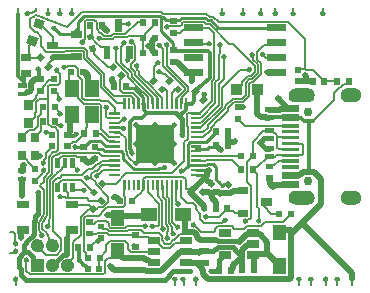
<source format=gtl>
%TF.GenerationSoftware,KiCad,Pcbnew,9.0.0*%
%TF.CreationDate,2025-03-31T11:01:06+01:00*%
%TF.ProjectId,vm_rp2040_brain_0.1,766d5f72-7032-4303-9430-5f627261696e,rev?*%
%TF.SameCoordinates,Original*%
%TF.FileFunction,Copper,L1,Top*%
%TF.FilePolarity,Positive*%
%FSLAX45Y45*%
G04 Gerber Fmt 4.5, Leading zero omitted, Abs format (unit mm)*
G04 Created by KiCad (PCBNEW 9.0.0) date 2025-03-31 11:01:06*
%MOMM*%
%LPD*%
G01*
G04 APERTURE LIST*
G04 Aperture macros list*
%AMRoundRect*
0 Rectangle with rounded corners*
0 $1 Rounding radius*
0 $2 $3 $4 $5 $6 $7 $8 $9 X,Y pos of 4 corners*
0 Add a 4 corners polygon primitive as box body*
4,1,4,$2,$3,$4,$5,$6,$7,$8,$9,$2,$3,0*
0 Add four circle primitives for the rounded corners*
1,1,$1+$1,$2,$3*
1,1,$1+$1,$4,$5*
1,1,$1+$1,$6,$7*
1,1,$1+$1,$8,$9*
0 Add four rect primitives between the rounded corners*
20,1,$1+$1,$2,$3,$4,$5,0*
20,1,$1+$1,$4,$5,$6,$7,0*
20,1,$1+$1,$6,$7,$8,$9,0*
20,1,$1+$1,$8,$9,$2,$3,0*%
G04 Aperture macros list end*
%TA.AperFunction,NonConductor*%
%ADD10C,0.000000*%
%TD*%
%TA.AperFunction,NonConductor*%
%ADD11C,0.250000*%
%TD*%
%TA.AperFunction,NonConductor*%
%ADD12C,0.555000*%
%TD*%
%TA.AperFunction,ComponentPad*%
%ADD13RoundRect,0.172720X0.259080X0.259080X-0.259080X0.259080X-0.259080X-0.259080X0.259080X-0.259080X0*%
%TD*%
%TA.AperFunction,ComponentPad*%
%ADD14C,0.863600*%
%TD*%
%TA.AperFunction,ComponentPad*%
%ADD15C,0.750000*%
%TD*%
%TA.AperFunction,ComponentPad*%
%ADD16O,2.200000X1.200000*%
%TD*%
%TA.AperFunction,ComponentPad*%
%ADD17O,1.800000X1.200000*%
%TD*%
%TA.AperFunction,ViaPad*%
%ADD18C,0.450000*%
%TD*%
%TA.AperFunction,Conductor*%
%ADD19C,0.249990*%
%TD*%
%TA.AperFunction,Conductor*%
%ADD20C,0.500000*%
%TD*%
%TA.AperFunction,Conductor*%
%ADD21C,0.130000*%
%TD*%
%TA.AperFunction,Conductor*%
%ADD22C,0.300000*%
%TD*%
%TA.AperFunction,Conductor*%
%ADD23C,0.400000*%
%TD*%
%TA.AperFunction,Conductor*%
%ADD24C,0.200000*%
%TD*%
%TA.AperFunction,Conductor*%
%ADD25C,0.449990*%
%TD*%
G04 APERTURE END LIST*
D10*
%TA.AperFunction,NonConductor*%
G36*
X-277500Y319998D02*
G01*
X-297500Y319998D01*
X-297500Y407498D01*
X-277500Y407498D01*
X-277500Y319998D01*
G37*
%TD.AperFunction*%
%TA.AperFunction,NonConductor*%
G36*
X180055Y398912D02*
G01*
X141165Y360022D01*
X105811Y395376D01*
X144701Y434266D01*
X180055Y398912D01*
G37*
%TD.AperFunction*%
%TA.AperFunction,NonConductor*%
G36*
X952501Y-324999D02*
G01*
X807500Y-324999D01*
X807500Y-294999D01*
X952501Y-294999D01*
X952501Y-324999D01*
G37*
%TD.AperFunction*%
%TA.AperFunction,NonConductor*%
G36*
X374132Y-955758D02*
G01*
X274132Y-955758D01*
X274132Y-885758D01*
X374132Y-885758D01*
X374132Y-955758D01*
G37*
%TD.AperFunction*%
D11*
X218992Y-1058499D02*
G75*
G02*
X193992Y-1058499I-12500J0D01*
G01*
X193992Y-1058499D02*
G75*
G02*
X218992Y-1058499I12500J0D01*
G01*
D10*
%TA.AperFunction,NonConductor*%
G36*
X-895760Y-883052D02*
G01*
X-945760Y-883052D01*
X-945760Y-828051D01*
X-895760Y-828051D01*
X-895760Y-883052D01*
G37*
%TD.AperFunction*%
%TA.AperFunction,NonConductor*%
G36*
X836999Y595455D02*
G01*
X676999Y595455D01*
X676999Y655455D01*
X836999Y655455D01*
X836999Y595455D01*
G37*
%TD.AperFunction*%
D11*
X-616498Y574756D02*
G75*
G02*
X-641498Y574756I-12500J0D01*
G01*
X-641498Y574756D02*
G75*
G02*
X-616498Y574756I12500J0D01*
G01*
X-728388Y915236D02*
G75*
G02*
X-753388Y915236I-12500J0D01*
G01*
X-753388Y915236D02*
G75*
G02*
X-728388Y915236I12500J0D01*
G01*
X-914422Y-200000D02*
G75*
G02*
X-939422Y-200000I-12500J0D01*
G01*
X-939422Y-200000D02*
G75*
G02*
X-914422Y-200000I12500J0D01*
G01*
X-1164782Y-677194D02*
G75*
G02*
X-1189782Y-677194I-12500J0D01*
G01*
X-1189782Y-677194D02*
G75*
G02*
X-1164782Y-677194I12500J0D01*
G01*
D10*
%TA.AperFunction,NonConductor*%
G36*
X-1320000Y585803D02*
G01*
X-1400000Y585803D01*
X-1400000Y645803D01*
X-1320000Y645803D01*
X-1320000Y585803D01*
G37*
%TD.AperFunction*%
D11*
X-1112499Y1000001D02*
G75*
G02*
X-1137499Y1000001I-12500J0D01*
G01*
X-1137499Y1000001D02*
G75*
G02*
X-1112499Y1000001I12500J0D01*
G01*
D10*
%TA.AperFunction,NonConductor*%
G36*
X-37023Y486413D02*
G01*
X-75913Y447523D01*
X-111267Y482877D01*
X-72377Y521767D01*
X-37023Y486413D01*
G37*
%TD.AperFunction*%
D11*
X-152310Y-777169D02*
G75*
G02*
X-177310Y-777169I-12500J0D01*
G01*
X-177310Y-777169D02*
G75*
G02*
X-152310Y-777169I12500J0D01*
G01*
D10*
%TA.AperFunction,NonConductor*%
G36*
X45001Y-825000D02*
G01*
X-54999Y-825000D01*
X-54999Y-765000D01*
X45001Y-765000D01*
X45001Y-825000D01*
G37*
%TD.AperFunction*%
%TA.AperFunction,NonConductor*%
G36*
X952501Y294999D02*
G01*
X807500Y294999D01*
X807500Y324999D01*
X952501Y324999D01*
X952501Y294999D01*
G37*
%TD.AperFunction*%
%TA.AperFunction,NonConductor*%
G36*
X-712855Y-973560D02*
G01*
X-762855Y-973560D01*
X-762855Y-918559D01*
X-712855Y-918559D01*
X-712855Y-973560D01*
G37*
%TD.AperFunction*%
%TA.AperFunction,NonConductor*%
G36*
X-748038Y-26651D02*
G01*
X-803039Y-26651D01*
X-803039Y23349D01*
X-748038Y23349D01*
X-748038Y-26651D01*
G37*
%TD.AperFunction*%
D11*
X162500Y439999D02*
G75*
G02*
X137500Y439999I-12500J0D01*
G01*
X137500Y439999D02*
G75*
G02*
X162500Y439999I12500J0D01*
G01*
D10*
%TA.AperFunction,NonConductor*%
G36*
X-399370Y-1067119D02*
G01*
X-454371Y-1067119D01*
X-454371Y-1017119D01*
X-399370Y-1017119D01*
X-399370Y-1067119D01*
G37*
%TD.AperFunction*%
D11*
X-1227498Y-80000D02*
G75*
G02*
X-1252498Y-80000I-12500J0D01*
G01*
X-1252498Y-80000D02*
G75*
G02*
X-1227498Y-80000I12500J0D01*
G01*
D10*
%TA.AperFunction,NonConductor*%
G36*
X-944999Y-385349D02*
G01*
X-984999Y-385349D01*
X-984999Y-305349D01*
X-944999Y-305349D01*
X-944999Y-385349D01*
G37*
%TD.AperFunction*%
%TA.AperFunction,NonConductor*%
G36*
X-1332499Y-737552D02*
G01*
X-1437500Y-737552D01*
X-1437500Y-672551D01*
X-1332499Y-672551D01*
X-1332499Y-737552D01*
G37*
%TD.AperFunction*%
%TA.AperFunction,NonConductor*%
G36*
X952501Y-274999D02*
G01*
X807500Y-274999D01*
X807500Y-244999D01*
X952501Y-244999D01*
X952501Y-274999D01*
G37*
%TD.AperFunction*%
%TA.AperFunction,NonConductor*%
G36*
X722128Y-499849D02*
G01*
X632128Y-499849D01*
X632128Y-439849D01*
X722128Y-439849D01*
X722128Y-499849D01*
G37*
%TD.AperFunction*%
%TA.AperFunction,NonConductor*%
G36*
X-344999Y1022499D02*
G01*
X-394999Y1022499D01*
X-394999Y1077500D01*
X-344999Y1077500D01*
X-344999Y1022499D01*
G37*
%TD.AperFunction*%
D11*
X-1244500Y-389999D02*
G75*
G02*
X-1269500Y-389999I-12500J0D01*
G01*
X-1269500Y-389999D02*
G75*
G02*
X-1244500Y-389999I12500J0D01*
G01*
D10*
%TA.AperFunction,NonConductor*%
G36*
X-646176Y740364D02*
G01*
X-702056Y740364D01*
X-702056Y847044D01*
X-646176Y847044D01*
X-646176Y740364D01*
G37*
%TD.AperFunction*%
D11*
X-1177117Y120000D02*
G75*
G02*
X-1202117Y120000I-12500J0D01*
G01*
X-1202117Y120000D02*
G75*
G02*
X-1177117Y120000I12500J0D01*
G01*
X-1162499Y1124999D02*
G75*
G02*
X-1187499Y1124999I-12500J0D01*
G01*
X-1187499Y1124999D02*
G75*
G02*
X-1162499Y1124999I12500J0D01*
G01*
X422631Y48849D02*
G75*
G02*
X397631Y48849I-12500J0D01*
G01*
X397631Y48849D02*
G75*
G02*
X422631Y48849I12500J0D01*
G01*
D10*
%TA.AperFunction,NonConductor*%
G36*
X-748038Y-126651D02*
G01*
X-803039Y-126651D01*
X-803039Y-76651D01*
X-748038Y-76651D01*
X-748038Y-126651D01*
G37*
%TD.AperFunction*%
D11*
X124501Y758571D02*
G75*
G02*
X99501Y758571I-12500J0D01*
G01*
X99501Y758571D02*
G75*
G02*
X124501Y758571I12500J0D01*
G01*
X337501Y-625000D02*
G75*
G02*
X312501Y-625000I-12500J0D01*
G01*
X312501Y-625000D02*
G75*
G02*
X337501Y-625000I12500J0D01*
G01*
D10*
%TA.AperFunction,NonConductor*%
G36*
X614131Y-955758D02*
G01*
X514131Y-955758D01*
X514131Y-885758D01*
X614131Y-885758D01*
X614131Y-955758D01*
G37*
%TD.AperFunction*%
%TA.AperFunction,NonConductor*%
G36*
X836999Y976455D02*
G01*
X676999Y976455D01*
X676999Y1036455D01*
X836999Y1036455D01*
X836999Y976455D01*
G37*
%TD.AperFunction*%
D11*
X-820805Y601599D02*
G75*
G02*
X-845805Y601599I-12500J0D01*
G01*
X-845805Y601599D02*
G75*
G02*
X-820805Y601599I12500J0D01*
G01*
D10*
%TA.AperFunction,NonConductor*%
G36*
X120001Y-10000D02*
G01*
X32501Y-10000D01*
X32501Y10000D01*
X120001Y10000D01*
X120001Y-10000D01*
G37*
%TD.AperFunction*%
%TA.AperFunction,NonConductor*%
G36*
X-397500Y319998D02*
G01*
X-417500Y319998D01*
X-417500Y407498D01*
X-397500Y407498D01*
X-397500Y319998D01*
G37*
%TD.AperFunction*%
D11*
X-488904Y731403D02*
G75*
G02*
X-513904Y731403I-12500J0D01*
G01*
X-513904Y731403D02*
G75*
G02*
X-488904Y731403I12500J0D01*
G01*
D10*
%TA.AperFunction,NonConductor*%
G36*
X-229999Y-1014999D02*
G01*
X-329999Y-1014999D01*
X-329999Y-954999D01*
X-229999Y-954999D01*
X-229999Y-1014999D01*
G37*
%TD.AperFunction*%
D11*
X-156501Y1012238D02*
G75*
G02*
X-181501Y1012238I-12500J0D01*
G01*
X-181501Y1012238D02*
G75*
G02*
X-156501Y1012238I12500J0D01*
G01*
D12*
X-1109751Y-1007501D02*
G75*
G02*
X-1165251Y-1007501I-27750J0D01*
G01*
X-1165251Y-1007501D02*
G75*
G02*
X-1109751Y-1007501I27750J0D01*
G01*
D10*
%TA.AperFunction,NonConductor*%
G36*
X1295000Y523166D02*
G01*
X1245000Y523166D01*
X1245000Y578167D01*
X1295000Y578167D01*
X1295000Y523166D01*
G37*
%TD.AperFunction*%
%TA.AperFunction,NonConductor*%
G36*
X296259Y-1075716D02*
G01*
X246259Y-1075716D01*
X246259Y-1020715D01*
X296259Y-1020715D01*
X296259Y-1075716D01*
G37*
%TD.AperFunction*%
D11*
X-1052443Y175760D02*
G75*
G02*
X-1077443Y175760I-12500J0D01*
G01*
X-1077443Y175760D02*
G75*
G02*
X-1052443Y175760I12500J0D01*
G01*
D12*
X-1236751Y-839861D02*
G75*
G02*
X-1292251Y-839861I-27750J0D01*
G01*
X-1292251Y-839861D02*
G75*
G02*
X-1236751Y-839861I27750J0D01*
G01*
D10*
%TA.AperFunction,NonConductor*%
G36*
X967932Y525667D02*
G01*
X912931Y525667D01*
X912931Y575667D01*
X967932Y575667D01*
X967932Y525667D01*
G37*
%TD.AperFunction*%
%TA.AperFunction,NonConductor*%
G36*
X-1074999Y-385349D02*
G01*
X-1114999Y-385349D01*
X-1114999Y-305349D01*
X-1074999Y-305349D01*
X-1074999Y-385349D01*
G37*
%TD.AperFunction*%
%TA.AperFunction,NonConductor*%
G36*
X734999Y117500D02*
G01*
X664999Y117500D01*
X664999Y157500D01*
X734999Y157500D01*
X734999Y117500D01*
G37*
%TD.AperFunction*%
%TA.AperFunction,NonConductor*%
G36*
X-357500Y319998D02*
G01*
X-377500Y319998D01*
X-377500Y407498D01*
X-357500Y407498D01*
X-357500Y319998D01*
G37*
%TD.AperFunction*%
%TA.AperFunction,NonConductor*%
G36*
X-684007Y-459913D02*
G01*
X-719361Y-495267D01*
X-758251Y-456377D01*
X-722897Y-421023D01*
X-684007Y-459913D01*
G37*
%TD.AperFunction*%
%TA.AperFunction,NonConductor*%
G36*
X-77500Y-367501D02*
G01*
X-97500Y-367501D01*
X-97500Y-280001D01*
X-77500Y-280001D01*
X-77500Y-367501D01*
G37*
%TD.AperFunction*%
%TA.AperFunction,NonConductor*%
G36*
X-437500Y-367501D02*
G01*
X-457500Y-367501D01*
X-457500Y-280001D01*
X-437500Y-280001D01*
X-437500Y-367501D01*
G37*
%TD.AperFunction*%
D11*
X299500Y-29500D02*
G75*
G02*
X274500Y-29500I-12500J0D01*
G01*
X274500Y-29500D02*
G75*
G02*
X299500Y-29500I12500J0D01*
G01*
X1287501Y-1124999D02*
G75*
G02*
X1262501Y-1124999I-12500J0D01*
G01*
X1262501Y-1124999D02*
G75*
G02*
X1287501Y-1124999I12500J0D01*
G01*
X-1123040Y751449D02*
G75*
G02*
X-1148040Y751449I-12500J0D01*
G01*
X-1148040Y751449D02*
G75*
G02*
X-1123040Y751449I12500J0D01*
G01*
D10*
%TA.AperFunction,NonConductor*%
G36*
X275000Y99999D02*
G01*
X225000Y99999D01*
X225000Y155000D01*
X275000Y155000D01*
X275000Y99999D01*
G37*
%TD.AperFunction*%
%TA.AperFunction,NonConductor*%
G36*
X109344Y469623D02*
G01*
X70454Y430733D01*
X35100Y466087D01*
X73990Y504977D01*
X109344Y469623D01*
G37*
%TD.AperFunction*%
D11*
X655011Y778099D02*
G75*
G02*
X630011Y778099I-12500J0D01*
G01*
X630011Y778099D02*
G75*
G02*
X655011Y778099I12500J0D01*
G01*
X-1366954Y-152999D02*
G75*
G02*
X-1391954Y-152999I-12500J0D01*
G01*
X-1391954Y-152999D02*
G75*
G02*
X-1366954Y-152999I12500J0D01*
G01*
D10*
%TA.AperFunction,NonConductor*%
G36*
X734999Y-37501D02*
G01*
X664999Y-37501D01*
X664999Y2499D01*
X734999Y2499D01*
X734999Y-37501D01*
G37*
%TD.AperFunction*%
D11*
X-750056Y-250713D02*
G75*
G02*
X-775056Y-250713I-12500J0D01*
G01*
X-775056Y-250713D02*
G75*
G02*
X-750056Y-250713I12500J0D01*
G01*
D10*
%TA.AperFunction,NonConductor*%
G36*
X-37501Y319998D02*
G01*
X-57501Y319998D01*
X-57501Y407498D01*
X-37501Y407498D01*
X-37501Y319998D01*
G37*
%TD.AperFunction*%
%TA.AperFunction,NonConductor*%
G36*
X952501Y-354999D02*
G01*
X807500Y-354999D01*
X807500Y-324999D01*
X952501Y-324999D01*
X952501Y-354999D01*
G37*
%TD.AperFunction*%
%TA.AperFunction,NonConductor*%
G36*
X-745000Y419158D02*
G01*
X-865000Y419158D01*
X-865000Y559158D01*
X-745000Y559158D01*
X-745000Y419158D01*
G37*
%TD.AperFunction*%
%TA.AperFunction,NonConductor*%
G36*
X2499Y319998D02*
G01*
X-17501Y319998D01*
X-17501Y407498D01*
X2499Y407498D01*
X2499Y319998D01*
G37*
%TD.AperFunction*%
%TA.AperFunction,NonConductor*%
G36*
X-983001Y75500D02*
G01*
X-1038002Y75500D01*
X-1038002Y125500D01*
X-983001Y125500D01*
X-983001Y75500D01*
G37*
%TD.AperFunction*%
%TA.AperFunction,NonConductor*%
G36*
X-567498Y150000D02*
G01*
X-654998Y150000D01*
X-654998Y170000D01*
X-567498Y170000D01*
X-567498Y150000D01*
G37*
%TD.AperFunction*%
D11*
X-417499Y20000D02*
G75*
G02*
X-442499Y20000I-12500J0D01*
G01*
X-442499Y20000D02*
G75*
G02*
X-417499Y20000I12500J0D01*
G01*
D10*
%TA.AperFunction,NonConductor*%
G36*
X275000Y-17501D02*
G01*
X225000Y-17501D01*
X225000Y37500D01*
X275000Y37500D01*
X275000Y-17501D01*
G37*
%TD.AperFunction*%
D11*
X54501Y550954D02*
G75*
G02*
X29501Y550954I-12500J0D01*
G01*
X29501Y550954D02*
G75*
G02*
X54501Y550954I12500J0D01*
G01*
D10*
%TA.AperFunction,NonConductor*%
G36*
X522129Y-404848D02*
G01*
X432129Y-404848D01*
X432129Y-344848D01*
X522129Y-344848D01*
X522129Y-404848D01*
G37*
%TD.AperFunction*%
D11*
X-1062499Y1124999D02*
G75*
G02*
X-1087499Y1124999I-12500J0D01*
G01*
X-1087499Y1124999D02*
G75*
G02*
X-1062499Y1124999I12500J0D01*
G01*
D10*
%TA.AperFunction,NonConductor*%
G36*
X-517500Y319998D02*
G01*
X-537500Y319998D01*
X-537500Y407498D01*
X-517500Y407498D01*
X-517500Y319998D01*
G37*
%TD.AperFunction*%
%TA.AperFunction,NonConductor*%
G36*
X-243914Y557124D02*
G01*
X-282804Y518234D01*
X-318158Y553588D01*
X-279268Y592478D01*
X-243914Y557124D01*
G37*
%TD.AperFunction*%
D11*
X-659452Y980938D02*
G75*
G02*
X-684452Y980938I-12500J0D01*
G01*
X-684452Y980938D02*
G75*
G02*
X-659452Y980938I12500J0D01*
G01*
D10*
%TA.AperFunction,NonConductor*%
G36*
X805001Y-598211D02*
G01*
X755001Y-598211D01*
X755001Y-543210D01*
X805001Y-543210D01*
X805001Y-598211D01*
G37*
%TD.AperFunction*%
%TA.AperFunction,NonConductor*%
G36*
X-584640Y675193D02*
G01*
X-623530Y636303D01*
X-658884Y671657D01*
X-619994Y710547D01*
X-584640Y675193D01*
G37*
%TD.AperFunction*%
%TA.AperFunction,NonConductor*%
G36*
X-1300000Y309999D02*
G01*
X-1380000Y309999D01*
X-1380000Y389999D01*
X-1300000Y389999D01*
X-1300000Y309999D01*
G37*
%TD.AperFunction*%
%TA.AperFunction,NonConductor*%
G36*
X-754718Y-530624D02*
G01*
X-790072Y-565978D01*
X-828962Y-527088D01*
X-793608Y-491734D01*
X-754718Y-530624D01*
G37*
%TD.AperFunction*%
%TA.AperFunction,NonConductor*%
G36*
X-697683Y-802580D02*
G01*
X-752684Y-802580D01*
X-752684Y-752580D01*
X-697683Y-752580D01*
X-697683Y-802580D01*
G37*
%TD.AperFunction*%
D11*
X741843Y-341373D02*
G75*
G02*
X716843Y-341373I-12500J0D01*
G01*
X716843Y-341373D02*
G75*
G02*
X741843Y-341373I12500J0D01*
G01*
D10*
%TA.AperFunction,NonConductor*%
G36*
X-357500Y-367501D02*
G01*
X-377500Y-367501D01*
X-377500Y-280001D01*
X-357500Y-280001D01*
X-357500Y-367501D01*
G37*
%TD.AperFunction*%
D12*
X-982751Y-1007501D02*
G75*
G02*
X-1038251Y-1007501I-27750J0D01*
G01*
X-1038251Y-1007501D02*
G75*
G02*
X-982751Y-1007501I27750J0D01*
G01*
D11*
X-1067498Y399999D02*
G75*
G02*
X-1092498Y399999I-12500J0D01*
G01*
X-1092498Y399999D02*
G75*
G02*
X-1067498Y399999I12500J0D01*
G01*
X-1000066Y-777499D02*
G75*
G02*
X-1025066Y-777499I-12500J0D01*
G01*
X-1025066Y-777499D02*
G75*
G02*
X-1000066Y-777499I12500J0D01*
G01*
X-412460Y681990D02*
G75*
G02*
X-437460Y681990I-12500J0D01*
G01*
X-437460Y681990D02*
G75*
G02*
X-412460Y681990I12500J0D01*
G01*
D10*
%TA.AperFunction,NonConductor*%
G36*
X243477Y-315702D02*
G01*
X208123Y-351056D01*
X169233Y-312166D01*
X204587Y-276812D01*
X243477Y-315702D01*
G37*
%TD.AperFunction*%
D11*
X690629Y627964D02*
G75*
G02*
X665629Y627964I-12500J0D01*
G01*
X665629Y627964D02*
G75*
G02*
X690629Y627964I12500J0D01*
G01*
D10*
%TA.AperFunction,NonConductor*%
G36*
X-117500Y-367501D02*
G01*
X-137500Y-367501D01*
X-137500Y-280001D01*
X-117500Y-280001D01*
X-117500Y-367501D01*
G37*
%TD.AperFunction*%
%TA.AperFunction,NonConductor*%
G36*
X1395000Y523166D02*
G01*
X1345000Y523166D01*
X1345000Y578167D01*
X1395000Y578167D01*
X1395000Y523166D01*
G37*
%TD.AperFunction*%
%TA.AperFunction,NonConductor*%
G36*
X315895Y-393030D02*
G01*
X280541Y-428384D01*
X241651Y-389494D01*
X277005Y-354140D01*
X315895Y-393030D01*
G37*
%TD.AperFunction*%
%TA.AperFunction,NonConductor*%
G36*
X-917501Y-737552D02*
G01*
X-1022502Y-737552D01*
X-1022502Y-672551D01*
X-917501Y-672551D01*
X-917501Y-737552D01*
G37*
%TD.AperFunction*%
D12*
X-1109751Y-839861D02*
G75*
G02*
X-1165251Y-839861I-27750J0D01*
G01*
X-1165251Y-839861D02*
G75*
G02*
X-1109751Y-839861I27750J0D01*
G01*
D10*
%TA.AperFunction,NonConductor*%
G36*
X522129Y-594848D02*
G01*
X432129Y-594848D01*
X432129Y-534848D01*
X522129Y-534848D01*
X522129Y-594848D01*
G37*
%TD.AperFunction*%
%TA.AperFunction,NonConductor*%
G36*
X120001Y-170000D02*
G01*
X32501Y-170000D01*
X32501Y-150000D01*
X120001Y-150000D01*
X120001Y-170000D01*
G37*
%TD.AperFunction*%
%TA.AperFunction,NonConductor*%
G36*
X-84999Y937500D02*
G01*
X-140000Y937500D01*
X-140000Y987500D01*
X-84999Y987500D01*
X-84999Y937500D01*
G37*
%TD.AperFunction*%
%TA.AperFunction,NonConductor*%
G36*
X-917501Y-522553D02*
G01*
X-1022502Y-522553D01*
X-1022502Y-457552D01*
X-917501Y-457552D01*
X-917501Y-522553D01*
G37*
%TD.AperFunction*%
%TA.AperFunction,NonConductor*%
G36*
X-815001Y-1062835D02*
G01*
X-865001Y-1062835D01*
X-865001Y-1007834D01*
X-815001Y-1007834D01*
X-815001Y-1062835D01*
G37*
%TD.AperFunction*%
%TA.AperFunction,NonConductor*%
G36*
X-796260Y-761783D02*
G01*
X-851261Y-761783D01*
X-851261Y-711783D01*
X-796260Y-711783D01*
X-796260Y-761783D01*
G37*
%TD.AperFunction*%
%TA.AperFunction,NonConductor*%
G36*
X386606Y-322319D02*
G01*
X351252Y-357673D01*
X312362Y-318783D01*
X347716Y-283429D01*
X386606Y-322319D01*
G37*
%TD.AperFunction*%
D11*
X-638502Y-1009729D02*
G75*
G02*
X-663502Y-1009729I-12500J0D01*
G01*
X-663502Y-1009729D02*
G75*
G02*
X-638502Y-1009729I12500J0D01*
G01*
D10*
%TA.AperFunction,NonConductor*%
G36*
X-1010000Y-385349D02*
G01*
X-1050000Y-385349D01*
X-1050000Y-305349D01*
X-1010000Y-305349D01*
X-1010000Y-385349D01*
G37*
%TD.AperFunction*%
D11*
X-1059512Y-424244D02*
G75*
G02*
X-1084512Y-424244I-12500J0D01*
G01*
X-1084512Y-424244D02*
G75*
G02*
X-1059512Y-424244I12500J0D01*
G01*
D10*
%TA.AperFunction,NonConductor*%
G36*
X-847500Y-28749D02*
G01*
X-902501Y-28749D01*
X-902501Y21251D01*
X-847500Y21251D01*
X-847500Y-28749D01*
G37*
%TD.AperFunction*%
D11*
X1187499Y-1124999D02*
G75*
G02*
X1162499Y-1124999I-12500J0D01*
G01*
X1162499Y-1124999D02*
G75*
G02*
X1187499Y-1124999I12500J0D01*
G01*
X-516999Y232905D02*
G75*
G02*
X-541999Y232905I-12500J0D01*
G01*
X-541999Y232905D02*
G75*
G02*
X-516999Y232905I12500J0D01*
G01*
D10*
%TA.AperFunction,NonConductor*%
G36*
X952501Y-39999D02*
G01*
X807500Y-39999D01*
X807500Y-9999D01*
X952501Y-9999D01*
X952501Y-39999D01*
G37*
%TD.AperFunction*%
D11*
X783032Y407784D02*
G75*
G02*
X758032Y407784I-12500J0D01*
G01*
X758032Y407784D02*
G75*
G02*
X783032Y407784I12500J0D01*
G01*
D10*
%TA.AperFunction,NonConductor*%
G36*
X-715001Y-1062835D02*
G01*
X-765001Y-1062835D01*
X-765001Y-1007834D01*
X-715001Y-1007834D01*
X-715001Y-1062835D01*
G37*
%TD.AperFunction*%
D11*
X-737499Y-799998D02*
G75*
G02*
X-762499Y-799998I-12500J0D01*
G01*
X-762499Y-799998D02*
G75*
G02*
X-737499Y-799998I12500J0D01*
G01*
D10*
%TA.AperFunction,NonConductor*%
G36*
X-440602Y-487500D02*
G01*
X-490602Y-487500D01*
X-490602Y-432499D01*
X-440602Y-432499D01*
X-440602Y-487500D01*
G37*
%TD.AperFunction*%
%TA.AperFunction,NonConductor*%
G36*
X952501Y-190001D02*
G01*
X807500Y-190001D01*
X807500Y-160001D01*
X952501Y-160001D01*
X952501Y-190001D01*
G37*
%TD.AperFunction*%
%TA.AperFunction,NonConductor*%
G36*
X-1074999Y-179349D02*
G01*
X-1114999Y-179349D01*
X-1114999Y-99349D01*
X-1074999Y-99349D01*
X-1074999Y-179349D01*
G37*
%TD.AperFunction*%
%TA.AperFunction,NonConductor*%
G36*
X120001Y269999D02*
G01*
X32501Y269999D01*
X32501Y289999D01*
X120001Y289999D01*
X120001Y269999D01*
G37*
%TD.AperFunction*%
%TA.AperFunction,NonConductor*%
G36*
X735001Y292499D02*
G01*
X665001Y292499D01*
X665001Y332499D01*
X735001Y332499D01*
X735001Y292499D01*
G37*
%TD.AperFunction*%
D11*
X-255000Y-142499D02*
G75*
G02*
X-280000Y-142499I-12500J0D01*
G01*
X-280000Y-142499D02*
G75*
G02*
X-255000Y-142499I12500J0D01*
G01*
D10*
%TA.AperFunction,NonConductor*%
G36*
X120001Y-210000D02*
G01*
X32501Y-210000D01*
X32501Y-190000D01*
X120001Y-190000D01*
X120001Y-210000D01*
G37*
%TD.AperFunction*%
%TA.AperFunction,NonConductor*%
G36*
X951932Y-90001D02*
G01*
X806931Y-90001D01*
X806931Y-60001D01*
X951932Y-60001D01*
X951932Y-90001D01*
G37*
%TD.AperFunction*%
D11*
X171999Y-596115D02*
G75*
G02*
X146999Y-596115I-12500J0D01*
G01*
X146999Y-596115D02*
G75*
G02*
X171999Y-596115I12500J0D01*
G01*
D10*
%TA.AperFunction,NonConductor*%
G36*
X396259Y-1075716D02*
G01*
X346259Y-1075716D01*
X346259Y-1020715D01*
X396259Y-1020715D01*
X396259Y-1075716D01*
G37*
%TD.AperFunction*%
D11*
X203140Y-201798D02*
G75*
G02*
X178140Y-201798I-12500J0D01*
G01*
X178140Y-201798D02*
G75*
G02*
X203140Y-201798I12500J0D01*
G01*
D10*
%TA.AperFunction,NonConductor*%
G36*
X-77500Y319998D02*
G01*
X-97500Y319998D01*
X-97500Y407498D01*
X-77500Y407498D01*
X-77500Y319998D01*
G37*
%TD.AperFunction*%
D11*
X-65501Y-682854D02*
G75*
G02*
X-90501Y-682854I-12500J0D01*
G01*
X-90501Y-682854D02*
G75*
G02*
X-65501Y-682854I12500J0D01*
G01*
D10*
%TA.AperFunction,NonConductor*%
G36*
X-1010000Y-179349D02*
G01*
X-1050000Y-179349D01*
X-1050000Y-99349D01*
X-1010000Y-99349D01*
X-1010000Y-179349D01*
G37*
%TD.AperFunction*%
%TA.AperFunction,NonConductor*%
G36*
X137000Y976455D02*
G01*
X-23000Y976455D01*
X-23000Y1036455D01*
X137000Y1036455D01*
X137000Y976455D01*
G37*
%TD.AperFunction*%
D11*
X-1245938Y653672D02*
G75*
G02*
X-1270938Y653672I-12500J0D01*
G01*
X-1270938Y653672D02*
G75*
G02*
X-1245938Y653672I12500J0D01*
G01*
D10*
%TA.AperFunction,NonConductor*%
G36*
X-1111500Y-24500D02*
G01*
X-1166501Y-24500D01*
X-1166501Y25500D01*
X-1111500Y25500D01*
X-1111500Y-24500D01*
G37*
%TD.AperFunction*%
%TA.AperFunction,NonConductor*%
G36*
X-527996Y-955000D02*
G01*
X-637996Y-955000D01*
X-637996Y-819999D01*
X-527996Y-819999D01*
X-527996Y-955000D01*
G37*
%TD.AperFunction*%
D11*
X-222785Y632826D02*
G75*
G02*
X-247785Y632826I-12500J0D01*
G01*
X-247785Y632826D02*
G75*
G02*
X-222785Y632826I12500J0D01*
G01*
D10*
%TA.AperFunction,NonConductor*%
G36*
X-697683Y-702581D02*
G01*
X-752684Y-702581D01*
X-752684Y-652581D01*
X-697683Y-652581D01*
X-697683Y-702581D01*
G37*
%TD.AperFunction*%
D11*
X-417499Y-142499D02*
G75*
G02*
X-442499Y-142499I-12500J0D01*
G01*
X-442499Y-142499D02*
G75*
G02*
X-417499Y-142499I12500J0D01*
G01*
D10*
%TA.AperFunction,NonConductor*%
G36*
X1031999Y486999D02*
G01*
X1036851Y486761D01*
X1041656Y486048D01*
X1046368Y484868D01*
X1050941Y483231D01*
X1055333Y481154D01*
X1059499Y478657D01*
X1063401Y475763D01*
X1067000Y472501D01*
X1070262Y468902D01*
X1073156Y465000D01*
X1075653Y460834D01*
X1077730Y456442D01*
X1079367Y451869D01*
X1080547Y447157D01*
X1081260Y442352D01*
X1081498Y437502D01*
X1081499Y437502D01*
X1081499Y426501D01*
X1081498Y426501D01*
X1081260Y421650D01*
X1080547Y416845D01*
X1079367Y412133D01*
X1077730Y407560D01*
X1075653Y403168D01*
X1073156Y399002D01*
X1070262Y395100D01*
X1067000Y391501D01*
X1063401Y388239D01*
X1059499Y385345D01*
X1055333Y382848D01*
X1050941Y380771D01*
X1046368Y379134D01*
X1041656Y377954D01*
X1036851Y377241D01*
X1031999Y377003D01*
X1031999Y377001D01*
X910998Y377001D01*
X910998Y377004D01*
X906147Y377241D01*
X901342Y377954D01*
X896630Y379134D01*
X892057Y380771D01*
X887665Y382848D01*
X883499Y385345D01*
X879597Y388239D01*
X875998Y391501D01*
X872736Y395100D01*
X869842Y399002D01*
X867345Y403168D01*
X865268Y407560D01*
X863631Y412133D01*
X862451Y416845D01*
X861738Y421650D01*
X861500Y426501D01*
X861499Y426501D01*
X861499Y437502D01*
X861500Y437502D01*
X861738Y442352D01*
X862451Y447157D01*
X863631Y451869D01*
X865268Y456442D01*
X867345Y460834D01*
X869842Y465000D01*
X872736Y468902D01*
X875998Y472501D01*
X879597Y475763D01*
X883499Y478657D01*
X887665Y481154D01*
X892057Y483231D01*
X896630Y484868D01*
X901342Y486048D01*
X906147Y486761D01*
X910998Y486998D01*
X910998Y487001D01*
X1031999Y487001D01*
X1031999Y486999D01*
G37*
%TD.AperFunction*%
D11*
X-1437500Y-1124999D02*
G75*
G02*
X-1462500Y-1124999I-12500J0D01*
G01*
X-1462500Y-1124999D02*
G75*
G02*
X-1437500Y-1124999I12500J0D01*
G01*
X-481500Y1038482D02*
G75*
G02*
X-506500Y1038482I-12500J0D01*
G01*
X-506500Y1038482D02*
G75*
G02*
X-481500Y1038482I12500J0D01*
G01*
D10*
%TA.AperFunction,NonConductor*%
G36*
X-1257499Y-315111D02*
G01*
X-1312500Y-315111D01*
X-1312500Y-265111D01*
X-1257499Y-265111D01*
X-1257499Y-315111D01*
G37*
%TD.AperFunction*%
%TA.AperFunction,NonConductor*%
G36*
X1424999Y-377004D02*
G01*
X1429850Y-377241D01*
X1434655Y-377954D01*
X1439367Y-379134D01*
X1443940Y-380771D01*
X1448332Y-382848D01*
X1452498Y-385345D01*
X1456400Y-388239D01*
X1459999Y-391501D01*
X1463261Y-395100D01*
X1466155Y-399002D01*
X1468652Y-403168D01*
X1470729Y-407560D01*
X1472366Y-412133D01*
X1473546Y-416845D01*
X1474259Y-421650D01*
X1474497Y-426500D01*
X1474499Y-426500D01*
X1474499Y-437501D01*
X1474497Y-437501D01*
X1474259Y-442352D01*
X1473546Y-447157D01*
X1472366Y-451869D01*
X1470729Y-456442D01*
X1468652Y-460834D01*
X1466155Y-465000D01*
X1463261Y-468902D01*
X1459999Y-472501D01*
X1456400Y-475763D01*
X1452498Y-478657D01*
X1448332Y-481154D01*
X1443940Y-483231D01*
X1439367Y-484868D01*
X1434655Y-486048D01*
X1429850Y-486761D01*
X1424999Y-486998D01*
X1424999Y-487001D01*
X1353998Y-487001D01*
X1353998Y-486998D01*
X1349148Y-486761D01*
X1344343Y-486048D01*
X1339631Y-484868D01*
X1335058Y-483231D01*
X1330666Y-481154D01*
X1326500Y-478657D01*
X1322598Y-475763D01*
X1318999Y-472501D01*
X1315737Y-468902D01*
X1312843Y-465000D01*
X1310346Y-460834D01*
X1308269Y-456442D01*
X1306632Y-451869D01*
X1305452Y-447157D01*
X1304739Y-442352D01*
X1304501Y-437501D01*
X1304499Y-437501D01*
X1304499Y-426500D01*
X1304501Y-426500D01*
X1304739Y-421650D01*
X1305452Y-416845D01*
X1306632Y-412133D01*
X1308269Y-407560D01*
X1310346Y-403168D01*
X1312843Y-399002D01*
X1315737Y-395100D01*
X1318999Y-391501D01*
X1322598Y-388239D01*
X1326500Y-385345D01*
X1330666Y-382848D01*
X1335058Y-380771D01*
X1339631Y-379134D01*
X1344343Y-377954D01*
X1349148Y-377241D01*
X1353998Y-377004D01*
X1353998Y-377001D01*
X1424999Y-377001D01*
X1424999Y-377004D01*
G37*
%TD.AperFunction*%
D11*
X-25001Y100000D02*
G75*
G02*
X-50001Y100000I-12500J0D01*
G01*
X-50001Y100000D02*
G75*
G02*
X-25001Y100000I12500J0D01*
G01*
D10*
%TA.AperFunction,NonConductor*%
G36*
X614131Y-860757D02*
G01*
X514131Y-860757D01*
X514131Y-790757D01*
X614131Y-790757D01*
X614131Y-860757D01*
G37*
%TD.AperFunction*%
%TA.AperFunction,NonConductor*%
G36*
X374132Y-765758D02*
G01*
X274132Y-765758D01*
X274132Y-695758D01*
X374132Y-695758D01*
X374132Y-765758D01*
G37*
%TD.AperFunction*%
%TA.AperFunction,NonConductor*%
G36*
X-983001Y-24500D02*
G01*
X-1038002Y-24500D01*
X-1038002Y25500D01*
X-983001Y25500D01*
X-983001Y-24500D01*
G37*
%TD.AperFunction*%
%TA.AperFunction,NonConductor*%
G36*
X120001Y70000D02*
G01*
X32501Y70000D01*
X32501Y90000D01*
X120001Y90000D01*
X120001Y70000D01*
G37*
%TD.AperFunction*%
D11*
X621689Y-631756D02*
G75*
G02*
X596689Y-631756I-12500J0D01*
G01*
X596689Y-631756D02*
G75*
G02*
X621689Y-631756I12500J0D01*
G01*
X-858654Y-371018D02*
G75*
G02*
X-883654Y-371018I-12500J0D01*
G01*
X-883654Y-371018D02*
G75*
G02*
X-858654Y-371018I12500J0D01*
G01*
D10*
%TA.AperFunction,NonConductor*%
G36*
X-83302Y688072D02*
G01*
X-138303Y688072D01*
X-138303Y738072D01*
X-83302Y738072D01*
X-83302Y688072D01*
G37*
%TD.AperFunction*%
%TA.AperFunction,NonConductor*%
G36*
X735001Y222499D02*
G01*
X665001Y222499D01*
X665001Y262499D01*
X735001Y262499D01*
X735001Y222499D01*
G37*
%TD.AperFunction*%
%TA.AperFunction,NonConductor*%
G36*
X-889999Y728007D02*
G01*
X-979999Y728007D01*
X-979999Y788007D01*
X-889999Y788007D01*
X-889999Y728007D01*
G37*
%TD.AperFunction*%
D11*
X-1437500Y-887999D02*
G75*
G02*
X-1462500Y-887999I-12500J0D01*
G01*
X-1462500Y-887999D02*
G75*
G02*
X-1437500Y-887999I12500J0D01*
G01*
D10*
%TA.AperFunction,NonConductor*%
G36*
X-405151Y-775001D02*
G01*
X-460152Y-775001D01*
X-460152Y-725001D01*
X-405151Y-725001D01*
X-405151Y-775001D01*
G37*
%TD.AperFunction*%
D11*
X312499Y1124999D02*
G75*
G02*
X287499Y1124999I-12500J0D01*
G01*
X287499Y1124999D02*
G75*
G02*
X312499Y1124999I12500J0D01*
G01*
D10*
%TA.AperFunction,NonConductor*%
G36*
X836999Y722455D02*
G01*
X676999Y722455D01*
X676999Y782455D01*
X836999Y782455D01*
X836999Y722455D01*
G37*
%TD.AperFunction*%
D11*
X225581Y-411051D02*
G75*
G02*
X200581Y-411051I-12500J0D01*
G01*
X200581Y-411051D02*
G75*
G02*
X225581Y-411051I12500J0D01*
G01*
D10*
%TA.AperFunction,NonConductor*%
G36*
X-107734Y557124D02*
G01*
X-146624Y518234D01*
X-181978Y553588D01*
X-143088Y592478D01*
X-107734Y557124D01*
G37*
%TD.AperFunction*%
D11*
X-523498Y152240D02*
G75*
G02*
X-548498Y152240I-12500J0D01*
G01*
X-548498Y152240D02*
G75*
G02*
X-523498Y152240I12500J0D01*
G01*
D10*
%TA.AperFunction,NonConductor*%
G36*
X-344999Y892500D02*
G01*
X-394999Y892500D01*
X-394999Y947501D01*
X-344999Y947501D01*
X-344999Y892500D01*
G37*
%TD.AperFunction*%
%TA.AperFunction,NonConductor*%
G36*
X-527996Y-670002D02*
G01*
X-637996Y-670002D01*
X-637996Y-535001D01*
X-527996Y-535001D01*
X-527996Y-670002D01*
G37*
%TD.AperFunction*%
D11*
X-158808Y861306D02*
G75*
G02*
X-183808Y861306I-12500J0D01*
G01*
X-183808Y861306D02*
G75*
G02*
X-158808Y861306I12500J0D01*
G01*
D10*
%TA.AperFunction,NonConductor*%
G36*
X137000Y595455D02*
G01*
X-23000Y595455D01*
X-23000Y655455D01*
X137000Y655455D01*
X137000Y595455D01*
G37*
%TD.AperFunction*%
%TA.AperFunction,NonConductor*%
G36*
X-567498Y190000D02*
G01*
X-654998Y190000D01*
X-654998Y210000D01*
X-567498Y210000D01*
X-567498Y190000D01*
G37*
%TD.AperFunction*%
%TA.AperFunction,NonConductor*%
G36*
X-244999Y892500D02*
G01*
X-294999Y892500D01*
X-294999Y947501D01*
X-244999Y947501D01*
X-244999Y892500D01*
G37*
%TD.AperFunction*%
%TA.AperFunction,NonConductor*%
G36*
X-1362501Y-115001D02*
G01*
X-1427502Y-115001D01*
X-1427502Y-35001D01*
X-1362501Y-35001D01*
X-1362501Y-115001D01*
G37*
%TD.AperFunction*%
%TA.AperFunction,NonConductor*%
G36*
X-229999Y-825000D02*
G01*
X-329999Y-825000D01*
X-329999Y-765000D01*
X-229999Y-765000D01*
X-229999Y-825000D01*
G37*
%TD.AperFunction*%
%TA.AperFunction,NonConductor*%
G36*
X-1200394Y750344D02*
G01*
X-1242525Y714990D01*
X-1274664Y753290D01*
X-1232533Y788644D01*
X-1200394Y750344D01*
G37*
%TD.AperFunction*%
D11*
X912501Y1124999D02*
G75*
G02*
X887501Y1124999I-12500J0D01*
G01*
X887501Y1124999D02*
G75*
G02*
X912501Y1124999I12500J0D01*
G01*
X325908Y759668D02*
G75*
G02*
X300908Y759668I-12500J0D01*
G01*
X300908Y759668D02*
G75*
G02*
X325908Y759668I12500J0D01*
G01*
D10*
%TA.AperFunction,NonConductor*%
G36*
X734999Y-107500D02*
G01*
X664999Y-107500D01*
X664999Y-67500D01*
X734999Y-67500D01*
X734999Y-107500D01*
G37*
%TD.AperFunction*%
%TA.AperFunction,NonConductor*%
G36*
X952501Y324999D02*
G01*
X807500Y324999D01*
X807500Y354999D01*
X952501Y354999D01*
X952501Y324999D01*
G37*
%TD.AperFunction*%
D11*
X1062500Y-1124999D02*
G75*
G02*
X1037500Y-1124999I-12500J0D01*
G01*
X1037500Y-1124999D02*
G75*
G02*
X1062500Y-1124999I12500J0D01*
G01*
D10*
%TA.AperFunction,NonConductor*%
G36*
X952501Y-245000D02*
G01*
X807500Y-245000D01*
X807500Y-215000D01*
X952501Y-215000D01*
X952501Y-245000D01*
G37*
%TD.AperFunction*%
D11*
X-92499Y182499D02*
G75*
G02*
X-117499Y182499I-12500J0D01*
G01*
X-117499Y182499D02*
G75*
G02*
X-92499Y182499I12500J0D01*
G01*
D10*
%TA.AperFunction,NonConductor*%
G36*
X952501Y60001D02*
G01*
X807500Y60001D01*
X807500Y90001D01*
X952501Y90001D01*
X952501Y60001D01*
G37*
%TD.AperFunction*%
D11*
X-455947Y887245D02*
G75*
G02*
X-480947Y887245I-12500J0D01*
G01*
X-480947Y887245D02*
G75*
G02*
X-455947Y887245I12500J0D01*
G01*
D10*
%TA.AperFunction,NonConductor*%
G36*
X-1191393Y185757D02*
G01*
X-1241393Y185757D01*
X-1241393Y240758D01*
X-1191393Y240758D01*
X-1191393Y185757D01*
G37*
%TD.AperFunction*%
D11*
X-1090233Y646364D02*
G75*
G02*
X-1115233Y646364I-12500J0D01*
G01*
X-1115233Y646364D02*
G75*
G02*
X-1090233Y646364I12500J0D01*
G01*
X-519673Y878964D02*
G75*
G02*
X-544673Y878964I-12500J0D01*
G01*
X-544673Y878964D02*
G75*
G02*
X-519673Y878964I12500J0D01*
G01*
X1015963Y604157D02*
G75*
G02*
X990963Y604157I-12500J0D01*
G01*
X990963Y604157D02*
G75*
G02*
X1015963Y604157I12500J0D01*
G01*
D10*
%TA.AperFunction,NonConductor*%
G36*
X1190431Y523166D02*
G01*
X1140431Y523166D01*
X1140431Y578167D01*
X1190431Y578167D01*
X1190431Y523166D01*
G37*
%TD.AperFunction*%
%TA.AperFunction,NonConductor*%
G36*
X-812855Y-973560D02*
G01*
X-862855Y-973560D01*
X-862855Y-918559D01*
X-812855Y-918559D01*
X-812855Y-973560D01*
G37*
%TD.AperFunction*%
%TA.AperFunction,NonConductor*%
G36*
X-317500Y319998D02*
G01*
X-337500Y319998D01*
X-337500Y407498D01*
X-317500Y407498D01*
X-317500Y319998D01*
G37*
%TD.AperFunction*%
%TA.AperFunction,NonConductor*%
G36*
X595324Y-1073214D02*
G01*
X545324Y-1073214D01*
X545324Y-1018213D01*
X595324Y-1018213D01*
X595324Y-1073214D01*
G37*
%TD.AperFunction*%
%TA.AperFunction,NonConductor*%
G36*
X484999Y-109319D02*
G01*
X434999Y-109319D01*
X434999Y-54318D01*
X484999Y-54318D01*
X484999Y-109319D01*
G37*
%TD.AperFunction*%
%TA.AperFunction,NonConductor*%
G36*
X-455676Y740364D02*
G01*
X-511556Y740364D01*
X-511556Y847044D01*
X-455676Y847044D01*
X-455676Y740364D01*
G37*
%TD.AperFunction*%
%TA.AperFunction,NonConductor*%
G36*
X-745000Y199159D02*
G01*
X-865000Y199159D01*
X-865000Y339159D01*
X-745000Y339159D01*
X-745000Y199159D01*
G37*
%TD.AperFunction*%
D11*
X115388Y-898743D02*
G75*
G02*
X90388Y-898743I-12500J0D01*
G01*
X90388Y-898743D02*
G75*
G02*
X115388Y-898743I12500J0D01*
G01*
X-607499Y-429999D02*
G75*
G02*
X-632499Y-429999I-12500J0D01*
G01*
X-632499Y-429999D02*
G75*
G02*
X-607499Y-429999I12500J0D01*
G01*
D10*
%TA.AperFunction,NonConductor*%
G36*
X-567498Y-10000D02*
G01*
X-654998Y-10000D01*
X-654998Y10000D01*
X-567498Y10000D01*
X-567498Y-10000D01*
G37*
%TD.AperFunction*%
%TA.AperFunction,NonConductor*%
G36*
X-914999Y199159D02*
G01*
X-1034999Y199159D01*
X-1034999Y339159D01*
X-914999Y339159D01*
X-914999Y199159D01*
G37*
%TD.AperFunction*%
D11*
X482433Y-930758D02*
G75*
G02*
X457433Y-930758I-12500J0D01*
G01*
X457433Y-930758D02*
G75*
G02*
X482433Y-930758I12500J0D01*
G01*
D10*
%TA.AperFunction,NonConductor*%
G36*
X-567498Y-50000D02*
G01*
X-654998Y-50000D01*
X-654998Y-30000D01*
X-567498Y-30000D01*
X-567498Y-50000D01*
G37*
%TD.AperFunction*%
%TA.AperFunction,NonConductor*%
G36*
X-399370Y-967119D02*
G01*
X-454371Y-967119D01*
X-454371Y-917119D01*
X-399370Y-917119D01*
X-399370Y-967119D01*
G37*
%TD.AperFunction*%
%TA.AperFunction,NonConductor*%
G36*
X-477500Y-367501D02*
G01*
X-497500Y-367501D01*
X-497500Y-280001D01*
X-477500Y-280001D01*
X-477500Y-367501D01*
G37*
%TD.AperFunction*%
%TA.AperFunction,NonConductor*%
G36*
X584999Y-222502D02*
G01*
X534999Y-222502D01*
X534999Y-167501D01*
X584999Y-167501D01*
X584999Y-222502D01*
G37*
%TD.AperFunction*%
%TA.AperFunction,NonConductor*%
G36*
X614131Y-765758D02*
G01*
X514131Y-765758D01*
X514131Y-695758D01*
X614131Y-695758D01*
X614131Y-765758D01*
G37*
%TD.AperFunction*%
%TA.AperFunction,NonConductor*%
G36*
X-317500Y-367501D02*
G01*
X-337500Y-367501D01*
X-337500Y-280001D01*
X-317500Y-280001D01*
X-317500Y-367501D01*
G37*
%TD.AperFunction*%
%TA.AperFunction,NonConductor*%
G36*
X-277500Y-367501D02*
G01*
X-297500Y-367501D01*
X-297500Y-280001D01*
X-277500Y-280001D01*
X-277500Y-367501D01*
G37*
%TD.AperFunction*%
D11*
X-434634Y-839000D02*
G75*
G02*
X-459634Y-839000I-12500J0D01*
G01*
X-459634Y-839000D02*
G75*
G02*
X-434634Y-839000I12500J0D01*
G01*
D10*
%TA.AperFunction,NonConductor*%
G36*
X-764896Y809422D02*
G01*
X-819059Y799872D01*
X-827740Y849112D01*
X-773577Y858662D01*
X-764896Y809422D01*
G37*
%TD.AperFunction*%
%TA.AperFunction,NonConductor*%
G36*
X-83302Y788072D02*
G01*
X-138303Y788072D01*
X-138303Y838072D01*
X-83302Y838072D01*
X-83302Y788072D01*
G37*
%TD.AperFunction*%
D11*
X-897498Y-959998D02*
G75*
G02*
X-922498Y-959998I-12500J0D01*
G01*
X-922498Y-959998D02*
G75*
G02*
X-897498Y-959998I12500J0D01*
G01*
X-820805Y-142499D02*
G75*
G02*
X-845805Y-142499I-12500J0D01*
G01*
X-845805Y-142499D02*
G75*
G02*
X-820805Y-142499I12500J0D01*
G01*
D10*
%TA.AperFunction,NonConductor*%
G36*
X-1210938Y542500D02*
G01*
X-1265939Y542500D01*
X-1265939Y592500D01*
X-1210938Y592500D01*
X-1210938Y542500D01*
G37*
%TD.AperFunction*%
%TA.AperFunction,NonConductor*%
G36*
X-567498Y-90000D02*
G01*
X-654998Y-90000D01*
X-654998Y-70000D01*
X-567498Y-70000D01*
X-567498Y-90000D01*
G37*
%TD.AperFunction*%
%TA.AperFunction,NonConductor*%
G36*
X734999Y47501D02*
G01*
X664999Y47501D01*
X664999Y87501D01*
X734999Y87501D01*
X734999Y47501D01*
G37*
%TD.AperFunction*%
%TA.AperFunction,NonConductor*%
G36*
X-1355000Y495000D02*
G01*
X-1425000Y495000D01*
X-1425000Y535000D01*
X-1355000Y535000D01*
X-1355000Y495000D01*
G37*
%TD.AperFunction*%
%TA.AperFunction,NonConductor*%
G36*
X1424999Y486998D02*
G01*
X1429850Y486761D01*
X1434655Y486048D01*
X1439367Y484868D01*
X1443940Y483231D01*
X1448332Y481154D01*
X1452498Y478657D01*
X1456400Y475763D01*
X1459999Y472501D01*
X1463261Y468902D01*
X1466155Y465000D01*
X1468652Y460834D01*
X1470729Y456442D01*
X1472366Y451869D01*
X1473546Y447157D01*
X1474259Y442352D01*
X1474497Y437502D01*
X1474499Y437502D01*
X1474499Y426501D01*
X1474497Y426501D01*
X1474259Y421650D01*
X1473546Y416845D01*
X1472366Y412133D01*
X1470729Y407560D01*
X1468652Y403168D01*
X1466155Y399002D01*
X1463261Y395100D01*
X1459999Y391501D01*
X1456400Y388239D01*
X1452498Y385345D01*
X1448332Y382848D01*
X1443940Y380771D01*
X1439367Y379134D01*
X1434655Y377954D01*
X1429850Y377241D01*
X1424999Y377004D01*
X1424999Y377001D01*
X1353998Y377001D01*
X1353998Y377004D01*
X1349148Y377241D01*
X1344343Y377954D01*
X1339631Y379134D01*
X1335058Y380771D01*
X1330666Y382848D01*
X1326500Y385345D01*
X1322598Y388239D01*
X1318999Y391501D01*
X1315737Y395100D01*
X1312843Y399002D01*
X1310346Y403168D01*
X1308269Y407560D01*
X1306632Y412133D01*
X1305452Y416845D01*
X1304739Y421650D01*
X1304501Y426501D01*
X1304499Y426501D01*
X1304499Y437502D01*
X1304501Y437502D01*
X1304739Y442352D01*
X1305452Y447157D01*
X1306632Y451869D01*
X1308269Y456442D01*
X1310346Y460834D01*
X1312843Y465000D01*
X1315737Y468902D01*
X1318999Y472501D01*
X1322598Y475763D01*
X1326500Y478657D01*
X1330666Y481154D01*
X1335058Y483231D01*
X1339631Y484868D01*
X1344343Y486048D01*
X1349148Y486761D01*
X1353998Y486998D01*
X1353998Y487001D01*
X1424999Y487001D01*
X1424999Y486998D01*
G37*
%TD.AperFunction*%
D11*
X-278500Y-676664D02*
G75*
G02*
X-303500Y-676664I-12500J0D01*
G01*
X-303500Y-676664D02*
G75*
G02*
X-278500Y-676664I12500J0D01*
G01*
D10*
%TA.AperFunction,NonConductor*%
G36*
X137000Y849455D02*
G01*
X-23000Y849455D01*
X-23000Y909455D01*
X137000Y909455D01*
X137000Y849455D01*
G37*
%TD.AperFunction*%
%TA.AperFunction,NonConductor*%
G36*
X-567498Y-170000D02*
G01*
X-654998Y-170000D01*
X-654998Y-150000D01*
X-567498Y-150000D01*
X-567498Y-170000D01*
G37*
%TD.AperFunction*%
%TA.AperFunction,NonConductor*%
G36*
X952501Y-140001D02*
G01*
X807500Y-140001D01*
X807500Y-110001D01*
X952501Y-110001D01*
X952501Y-140001D01*
G37*
%TD.AperFunction*%
%TA.AperFunction,NonConductor*%
G36*
X-587498Y479999D02*
G01*
X-637498Y479999D01*
X-637498Y535000D01*
X-587498Y535000D01*
X-587498Y479999D01*
G37*
%TD.AperFunction*%
D11*
X-962499Y1124999D02*
G75*
G02*
X-987499Y1124999I-12500J0D01*
G01*
X-987499Y1124999D02*
G75*
G02*
X-962499Y1124999I12500J0D01*
G01*
X-924422Y101719D02*
G75*
G02*
X-949422Y101719I-12500J0D01*
G01*
X-949422Y101719D02*
G75*
G02*
X-924422Y101719I12500J0D01*
G01*
X542499Y649999D02*
G75*
G02*
X517499Y649999I-12500J0D01*
G01*
X517499Y649999D02*
G75*
G02*
X542499Y649999I12500J0D01*
G01*
X632501Y29924D02*
G75*
G02*
X607501Y29924I-12500J0D01*
G01*
X607501Y29924D02*
G75*
G02*
X632501Y29924I12500J0D01*
G01*
D10*
%TA.AperFunction,NonConductor*%
G36*
X-437500Y319998D02*
G01*
X-457500Y319998D01*
X-457500Y407498D01*
X-437500Y407498D01*
X-437500Y319998D01*
G37*
%TD.AperFunction*%
%TA.AperFunction,NonConductor*%
G36*
X137000Y722455D02*
G01*
X-23000Y722455D01*
X-23000Y782455D01*
X137000Y782455D01*
X137000Y722455D01*
G37*
%TD.AperFunction*%
%TA.AperFunction,NonConductor*%
G36*
X-1089999Y823008D02*
G01*
X-1179999Y823008D01*
X-1179999Y883008D01*
X-1089999Y883008D01*
X-1089999Y823008D01*
G37*
%TD.AperFunction*%
%TA.AperFunction,NonConductor*%
G36*
X-567498Y-210000D02*
G01*
X-654998Y-210000D01*
X-654998Y-190000D01*
X-567498Y-190000D01*
X-567498Y-210000D01*
G37*
%TD.AperFunction*%
%TA.AperFunction,NonConductor*%
G36*
X470629Y434279D02*
G01*
X374109Y434279D01*
X374109Y525719D01*
X470629Y525719D01*
X470629Y434279D01*
G37*
%TD.AperFunction*%
%TA.AperFunction,NonConductor*%
G36*
X461718Y209907D02*
G01*
X406717Y209907D01*
X406717Y259907D01*
X461718Y259907D01*
X461718Y209907D01*
G37*
%TD.AperFunction*%
%TA.AperFunction,NonConductor*%
G36*
X-157500Y319998D02*
G01*
X-177500Y319998D01*
X-177500Y407498D01*
X-157500Y407498D01*
X-157500Y319998D01*
G37*
%TD.AperFunction*%
%TA.AperFunction,NonConductor*%
G36*
X-567498Y-130000D02*
G01*
X-654998Y-130000D01*
X-654998Y-110000D01*
X-567498Y-110000D01*
X-567498Y-130000D01*
G37*
%TD.AperFunction*%
D11*
X292499Y859998D02*
G75*
G02*
X267499Y859998I-12500J0D01*
G01*
X267499Y859998D02*
G75*
G02*
X292499Y859998I12500J0D01*
G01*
X-313776Y850565D02*
G75*
G02*
X-338776Y850565I-12500J0D01*
G01*
X-338776Y850565D02*
G75*
G02*
X-313776Y850565I12500J0D01*
G01*
X69556Y-664002D02*
G75*
G02*
X44556Y-664002I-12500J0D01*
G01*
X44556Y-664002D02*
G75*
G02*
X69556Y-664002I12500J0D01*
G01*
X-1202077Y-139118D02*
G75*
G02*
X-1227077Y-139118I-12500J0D01*
G01*
X-1227077Y-139118D02*
G75*
G02*
X-1202077Y-139118I12500J0D01*
G01*
D10*
%TA.AperFunction,NonConductor*%
G36*
X-252499Y-634999D02*
G01*
X-387500Y-634999D01*
X-387500Y-524999D01*
X-252499Y-524999D01*
X-252499Y-634999D01*
G37*
%TD.AperFunction*%
%TA.AperFunction,NonConductor*%
G36*
X1090431Y523166D02*
G01*
X1040431Y523166D01*
X1040431Y578167D01*
X1090431Y578167D01*
X1090431Y523166D01*
G37*
%TD.AperFunction*%
%TA.AperFunction,NonConductor*%
G36*
X-540602Y-487500D02*
G01*
X-590602Y-487500D01*
X-590602Y-432499D01*
X-540602Y-432499D01*
X-540602Y-487500D01*
G37*
%TD.AperFunction*%
%TA.AperFunction,NonConductor*%
G36*
X120001Y190000D02*
G01*
X32501Y190000D01*
X32501Y210000D01*
X120001Y210000D01*
X120001Y190000D01*
G37*
%TD.AperFunction*%
%TA.AperFunction,NonConductor*%
G36*
X905001Y-598211D02*
G01*
X855001Y-598211D01*
X855001Y-543210D01*
X905001Y-543210D01*
X905001Y-598211D01*
G37*
%TD.AperFunction*%
%TA.AperFunction,NonConductor*%
G36*
X120001Y-250000D02*
G01*
X32501Y-250000D01*
X32501Y-230000D01*
X120001Y-230000D01*
X120001Y-250000D01*
G37*
%TD.AperFunction*%
%TA.AperFunction,NonConductor*%
G36*
X-550926Y968964D02*
G01*
X-606806Y968964D01*
X-606806Y1075644D01*
X-550926Y1075644D01*
X-550926Y968964D01*
G37*
%TD.AperFunction*%
%TA.AperFunction,NonConductor*%
G36*
X-847500Y-128749D02*
G01*
X-902501Y-128749D01*
X-902501Y-78749D01*
X-847500Y-78749D01*
X-847500Y-128749D01*
G37*
%TD.AperFunction*%
D11*
X-1387502Y-770854D02*
G75*
G02*
X-1412502Y-770854I-12500J0D01*
G01*
X-1412502Y-770854D02*
G75*
G02*
X-1387502Y-770854I12500J0D01*
G01*
X87501Y-1124999D02*
G75*
G02*
X62501Y-1124999I-12500J0D01*
G01*
X62501Y-1124999D02*
G75*
G02*
X87501Y-1124999I12500J0D01*
G01*
D10*
%TA.AperFunction,NonConductor*%
G36*
X730001Y-294591D02*
G01*
X675000Y-294591D01*
X675000Y-244591D01*
X730001Y-244591D01*
X730001Y-294591D01*
G37*
%TD.AperFunction*%
%TA.AperFunction,NonConductor*%
G36*
X-244999Y1022499D02*
G01*
X-294999Y1022499D01*
X-294999Y1077500D01*
X-244999Y1077500D01*
X-244999Y1022499D01*
G37*
%TD.AperFunction*%
%TA.AperFunction,NonConductor*%
G36*
X120001Y30000D02*
G01*
X32501Y30000D01*
X32501Y50000D01*
X120001Y50000D01*
X120001Y30000D01*
G37*
%TD.AperFunction*%
%TA.AperFunction,NonConductor*%
G36*
X-1136114Y673740D02*
G01*
X-1178245Y638386D01*
X-1210384Y676686D01*
X-1168253Y712040D01*
X-1136114Y673740D01*
G37*
%TD.AperFunction*%
%TA.AperFunction,NonConductor*%
G36*
X-1332499Y-522553D02*
G01*
X-1437500Y-522553D01*
X-1437500Y-457552D01*
X-1332499Y-457552D01*
X-1332499Y-522553D01*
G37*
%TD.AperFunction*%
%TA.AperFunction,NonConductor*%
G36*
X-796260Y-661783D02*
G01*
X-851261Y-661783D01*
X-851261Y-611783D01*
X-796260Y-611783D01*
X-796260Y-661783D01*
G37*
%TD.AperFunction*%
%TA.AperFunction,NonConductor*%
G36*
X-237500Y319998D02*
G01*
X-257500Y319998D01*
X-257500Y407498D01*
X-237500Y407498D01*
X-237500Y319998D01*
G37*
%TD.AperFunction*%
%TA.AperFunction,NonConductor*%
G36*
X45001Y-920001D02*
G01*
X-54999Y-920001D01*
X-54999Y-860001D01*
X45001Y-860001D01*
X45001Y-920001D01*
G37*
%TD.AperFunction*%
%TA.AperFunction,NonConductor*%
G36*
X-1257499Y-215111D02*
G01*
X-1312500Y-215111D01*
X-1312500Y-165111D01*
X-1257499Y-165111D01*
X-1257499Y-215111D01*
G37*
%TD.AperFunction*%
%TA.AperFunction,NonConductor*%
G36*
X120001Y110000D02*
G01*
X32501Y110000D01*
X32501Y130000D01*
X120001Y130000D01*
X120001Y110000D01*
G37*
%TD.AperFunction*%
%TA.AperFunction,NonConductor*%
G36*
X584999Y-109319D02*
G01*
X534999Y-109319D01*
X534999Y-54318D01*
X584999Y-54318D01*
X584999Y-109319D01*
G37*
%TD.AperFunction*%
%TA.AperFunction,NonConductor*%
G36*
X-477500Y319998D02*
G01*
X-497500Y319998D01*
X-497500Y407498D01*
X-477500Y407498D01*
X-477500Y319998D01*
G37*
%TD.AperFunction*%
%TA.AperFunction,NonConductor*%
G36*
X-107501Y-140000D02*
G01*
X-427500Y-140000D01*
X-427500Y179999D01*
X-107501Y179999D01*
X-107501Y-140000D01*
G37*
%TD.AperFunction*%
%TA.AperFunction,NonConductor*%
G36*
X836999Y849455D02*
G01*
X676999Y849455D01*
X676999Y909455D01*
X836999Y909455D01*
X836999Y849455D01*
G37*
%TD.AperFunction*%
%TA.AperFunction,NonConductor*%
G36*
X-567498Y-250000D02*
G01*
X-654998Y-250000D01*
X-654998Y-230000D01*
X-567498Y-230000D01*
X-567498Y-250000D01*
G37*
%TD.AperFunction*%
%TA.AperFunction,NonConductor*%
G36*
X120001Y-50000D02*
G01*
X32501Y-50000D01*
X32501Y-30000D01*
X120001Y-30000D01*
X120001Y-50000D01*
G37*
%TD.AperFunction*%
D11*
X-1027234Y668889D02*
G75*
G02*
X-1052234Y668889I-12500J0D01*
G01*
X-1052234Y668889D02*
G75*
G02*
X-1027234Y668889I12500J0D01*
G01*
D10*
%TA.AperFunction,NonConductor*%
G36*
X-1096465Y443798D02*
G01*
X-1151466Y443798D01*
X-1151466Y493798D01*
X-1096465Y493798D01*
X-1096465Y443798D01*
G37*
%TD.AperFunction*%
%TA.AperFunction,NonConductor*%
G36*
X-1208998Y-1063002D02*
G01*
X-1319999Y-1063002D01*
X-1319999Y-952001D01*
X-1208998Y-952001D01*
X-1208998Y-1063002D01*
G37*
%TD.AperFunction*%
%TA.AperFunction,NonConductor*%
G36*
X461718Y309907D02*
G01*
X406717Y309907D01*
X406717Y359907D01*
X461718Y359907D01*
X461718Y309907D01*
G37*
%TD.AperFunction*%
%TA.AperFunction,NonConductor*%
G36*
X120001Y230000D02*
G01*
X32501Y230000D01*
X32501Y250000D01*
X120001Y250000D01*
X120001Y230000D01*
G37*
%TD.AperFunction*%
%TA.AperFunction,NonConductor*%
G36*
X-513928Y604482D02*
G01*
X-552818Y565592D01*
X-588172Y600946D01*
X-549282Y639836D01*
X-513928Y604482D01*
G37*
%TD.AperFunction*%
%TA.AperFunction,NonConductor*%
G36*
X-914999Y419158D02*
G01*
X-1034999Y419158D01*
X-1034999Y559158D01*
X-914999Y559158D01*
X-914999Y419158D01*
G37*
%TD.AperFunction*%
%TA.AperFunction,NonConductor*%
G36*
X-793055Y998415D02*
G01*
X-843055Y998415D01*
X-843055Y1053416D01*
X-793055Y1053416D01*
X-793055Y998415D01*
G37*
%TD.AperFunction*%
%TA.AperFunction,NonConductor*%
G36*
X-567498Y110000D02*
G01*
X-654998Y110000D01*
X-654998Y130000D01*
X-567498Y130000D01*
X-567498Y110000D01*
G37*
%TD.AperFunction*%
%TA.AperFunction,NonConductor*%
G36*
X-197500Y319998D02*
G01*
X-217500Y319998D01*
X-217500Y407498D01*
X-197500Y407498D01*
X-197500Y319998D01*
G37*
%TD.AperFunction*%
%TA.AperFunction,NonConductor*%
G36*
X120001Y-90000D02*
G01*
X32501Y-90000D01*
X32501Y-70000D01*
X120001Y-70000D01*
X120001Y-90000D01*
G37*
%TD.AperFunction*%
%TA.AperFunction,NonConductor*%
G36*
X-37501Y-367501D02*
G01*
X-57501Y-367501D01*
X-57501Y-280001D01*
X-37501Y-280001D01*
X-37501Y-367501D01*
G37*
%TD.AperFunction*%
%TA.AperFunction,NonConductor*%
G36*
X-1357499Y-225001D02*
G01*
X-1427499Y-225001D01*
X-1427499Y-185001D01*
X-1357499Y-185001D01*
X-1357499Y-225001D01*
G37*
%TD.AperFunction*%
%TA.AperFunction,NonConductor*%
G36*
X-1202263Y1061684D02*
G01*
X-1228323Y990079D01*
X-1304701Y1017880D01*
X-1278641Y1089485D01*
X-1202263Y1061684D01*
G37*
%TD.AperFunction*%
%TA.AperFunction,NonConductor*%
G36*
X-567498Y30000D02*
G01*
X-654998Y30000D01*
X-654998Y50000D01*
X-567498Y50000D01*
X-567498Y30000D01*
G37*
%TD.AperFunction*%
%TA.AperFunction,NonConductor*%
G36*
X-1255255Y916086D02*
G01*
X-1281315Y844481D01*
X-1357693Y872282D01*
X-1331633Y943887D01*
X-1255255Y916086D01*
G37*
%TD.AperFunction*%
%TA.AperFunction,NonConductor*%
G36*
X-1362501Y35001D02*
G01*
X-1427502Y35001D01*
X-1427502Y115001D01*
X-1362501Y115001D01*
X-1362501Y35001D01*
G37*
%TD.AperFunction*%
%TA.AperFunction,NonConductor*%
G36*
X-397500Y-367501D02*
G01*
X-417500Y-367501D01*
X-417500Y-280001D01*
X-397500Y-280001D01*
X-397500Y-367501D01*
G37*
%TD.AperFunction*%
%TA.AperFunction,NonConductor*%
G36*
X952501Y110001D02*
G01*
X807500Y110001D01*
X807500Y140001D01*
X952501Y140001D01*
X952501Y110001D01*
G37*
%TD.AperFunction*%
%TA.AperFunction,NonConductor*%
G36*
X-567498Y70000D02*
G01*
X-654998Y70000D01*
X-654998Y90000D01*
X-567498Y90000D01*
X-567498Y70000D01*
G37*
%TD.AperFunction*%
%TA.AperFunction,NonConductor*%
G36*
X952501Y215000D02*
G01*
X807500Y215000D01*
X807500Y245000D01*
X952501Y245000D01*
X952501Y215000D01*
G37*
%TD.AperFunction*%
%TA.AperFunction,NonConductor*%
G36*
X838003Y-796062D02*
G01*
X728003Y-796062D01*
X728003Y-661061D01*
X838003Y-661061D01*
X838003Y-796062D01*
G37*
%TD.AperFunction*%
D11*
X-1337500Y1124999D02*
G75*
G02*
X-1362500Y1124999I-12500J0D01*
G01*
X-1362500Y1124999D02*
G75*
G02*
X-1337500Y1124999I12500J0D01*
G01*
X762501Y1124999D02*
G75*
G02*
X737501Y1124999I-12500J0D01*
G01*
X737501Y1124999D02*
G75*
G02*
X762501Y1124999I12500J0D01*
G01*
D10*
%TA.AperFunction,NonConductor*%
G36*
X-517500Y-367501D02*
G01*
X-537500Y-367501D01*
X-537500Y-280001D01*
X-517500Y-280001D01*
X-517500Y-367501D01*
G37*
%TD.AperFunction*%
D11*
X-177680Y-179309D02*
G75*
G02*
X-202680Y-179309I-12500J0D01*
G01*
X-202680Y-179309D02*
G75*
G02*
X-177680Y-179309I12500J0D01*
G01*
D10*
%TA.AperFunction,NonConductor*%
G36*
X-244999Y762500D02*
G01*
X-294999Y762500D01*
X-294999Y817501D01*
X-244999Y817501D01*
X-244999Y762500D01*
G37*
%TD.AperFunction*%
D11*
X-92499Y20000D02*
G75*
G02*
X-117499Y20000I-12500J0D01*
G01*
X-117499Y20000D02*
G75*
G02*
X-92499Y20000I12500J0D01*
G01*
D10*
%TA.AperFunction,NonConductor*%
G36*
X-1210938Y442500D02*
G01*
X-1265939Y442500D01*
X-1265939Y492500D01*
X-1210938Y492500D01*
X-1210938Y442500D01*
G37*
%TD.AperFunction*%
D11*
X-932499Y-3749D02*
G75*
G02*
X-957499Y-3749I-12500J0D01*
G01*
X-957499Y-3749D02*
G75*
G02*
X-932499Y-3749I12500J0D01*
G01*
X-668499Y329999D02*
G75*
G02*
X-693499Y329999I-12500J0D01*
G01*
X-693499Y329999D02*
G75*
G02*
X-668499Y329999I12500J0D01*
G01*
X508760Y-632849D02*
G75*
G02*
X483760Y-632849I-12500J0D01*
G01*
X483760Y-632849D02*
G75*
G02*
X508760Y-632849I12500J0D01*
G01*
X-1060500Y276106D02*
G75*
G02*
X-1085500Y276106I-12500J0D01*
G01*
X-1085500Y276106D02*
G75*
G02*
X-1060500Y276106I12500J0D01*
G01*
D10*
%TA.AperFunction,NonConductor*%
G36*
X-1111500Y75500D02*
G01*
X-1166501Y75500D01*
X-1166501Y125500D01*
X-1111500Y125500D01*
X-1111500Y75500D01*
G37*
%TD.AperFunction*%
D11*
X-1437500Y-825000D02*
G75*
G02*
X-1462500Y-825000I-12500J0D01*
G01*
X-1462500Y-825000D02*
G75*
G02*
X-1437500Y-825000I12500J0D01*
G01*
D10*
%TA.AperFunction,NonConductor*%
G36*
X375002Y-17501D02*
G01*
X325002Y-17501D01*
X325002Y37500D01*
X375002Y37500D01*
X375002Y-17501D01*
G37*
%TD.AperFunction*%
%TA.AperFunction,NonConductor*%
G36*
X186491Y-913489D02*
G01*
X131490Y-913489D01*
X131490Y-863489D01*
X186491Y-863489D01*
X186491Y-913489D01*
G37*
%TD.AperFunction*%
%TA.AperFunction,NonConductor*%
G36*
X838003Y-1081060D02*
G01*
X728003Y-1081060D01*
X728003Y-946059D01*
X838003Y-946059D01*
X838003Y-1081060D01*
G37*
%TD.AperFunction*%
%TA.AperFunction,NonConductor*%
G36*
X32501Y-634999D02*
G01*
X-102500Y-634999D01*
X-102500Y-524999D01*
X32501Y-524999D01*
X32501Y-634999D01*
G37*
%TD.AperFunction*%
%TA.AperFunction,NonConductor*%
G36*
X-197500Y-367501D02*
G01*
X-217500Y-367501D01*
X-217500Y-280001D01*
X-197500Y-280001D01*
X-197500Y-367501D01*
G37*
%TD.AperFunction*%
D11*
X-453001Y-56683D02*
G75*
G02*
X-478001Y-56683I-12500J0D01*
G01*
X-478001Y-56683D02*
G75*
G02*
X-453001Y-56683I12500J0D01*
G01*
X-1379999Y-419552D02*
G75*
G02*
X-1404999Y-419552I-12500J0D01*
G01*
X-1404999Y-419552D02*
G75*
G02*
X-1379999Y-419552I12500J0D01*
G01*
D10*
%TA.AperFunction,NonConductor*%
G36*
X-795760Y-883052D02*
G01*
X-845760Y-883052D01*
X-845760Y-828051D01*
X-795760Y-828051D01*
X-795760Y-883052D01*
G37*
%TD.AperFunction*%
%TA.AperFunction,NonConductor*%
G36*
X-237500Y-367501D02*
G01*
X-257500Y-367501D01*
X-257500Y-280001D01*
X-237500Y-280001D01*
X-237500Y-367501D01*
G37*
%TD.AperFunction*%
%TA.AperFunction,NonConductor*%
G36*
X-229999Y-920001D02*
G01*
X-329999Y-920001D01*
X-329999Y-860001D01*
X-229999Y-860001D01*
X-229999Y-920001D01*
G37*
%TD.AperFunction*%
D11*
X-33136Y-209001D02*
G75*
G02*
X-58136Y-209001I-12500J0D01*
G01*
X-58136Y-209001D02*
G75*
G02*
X-33136Y-209001I12500J0D01*
G01*
D10*
%TA.AperFunction,NonConductor*%
G36*
X-1355000Y425000D02*
G01*
X-1425000Y425000D01*
X-1425000Y465000D01*
X-1355000Y465000D01*
X-1355000Y425000D01*
G37*
%TD.AperFunction*%
D11*
X43501Y-1058499D02*
G75*
G02*
X18501Y-1058499I-12500J0D01*
G01*
X18501Y-1058499D02*
G75*
G02*
X43501Y-1058499I12500J0D01*
G01*
X-417499Y182499D02*
G75*
G02*
X-442499Y182499I-12500J0D01*
G01*
X-442499Y182499D02*
G75*
G02*
X-417499Y182499I12500J0D01*
G01*
D10*
%TA.AperFunction,NonConductor*%
G36*
X484999Y-222502D02*
G01*
X434999Y-222502D01*
X434999Y-167501D01*
X484999Y-167501D01*
X484999Y-222502D01*
G37*
%TD.AperFunction*%
%TA.AperFunction,NonConductor*%
G36*
X495324Y-1073214D02*
G01*
X445324Y-1073214D01*
X445324Y-1018213D01*
X495324Y-1018213D01*
X495324Y-1073214D01*
G37*
%TD.AperFunction*%
D11*
X-835520Y-265372D02*
G75*
G02*
X-860520Y-265372I-12500J0D01*
G01*
X-860520Y-265372D02*
G75*
G02*
X-835520Y-265372I12500J0D01*
G01*
D10*
%TA.AperFunction,NonConductor*%
G36*
X269381Y-552552D02*
G01*
X219381Y-552552D01*
X219381Y-497551D01*
X269381Y-497551D01*
X269381Y-552552D01*
G37*
%TD.AperFunction*%
%TA.AperFunction,NonConductor*%
G36*
X-782259Y907903D02*
G01*
X-836422Y898353D01*
X-845103Y947593D01*
X-790940Y957143D01*
X-782259Y907903D01*
G37*
%TD.AperFunction*%
%TA.AperFunction,NonConductor*%
G36*
X-567498Y230000D02*
G01*
X-654998Y230000D01*
X-654998Y250000D01*
X-567498Y250000D01*
X-567498Y230000D01*
G37*
%TD.AperFunction*%
D11*
X-1216220Y-753478D02*
G75*
G02*
X-1241220Y-753478I-12500J0D01*
G01*
X-1241220Y-753478D02*
G75*
G02*
X-1216220Y-753478I12500J0D01*
G01*
D10*
%TA.AperFunction,NonConductor*%
G36*
X-1096465Y543797D02*
G01*
X-1151466Y543797D01*
X-1151466Y593797D01*
X-1096465Y593797D01*
X-1096465Y543797D01*
G37*
%TD.AperFunction*%
D11*
X-255000Y182499D02*
G75*
G02*
X-280000Y182499I-12500J0D01*
G01*
X-280000Y182499D02*
G75*
G02*
X-255000Y182499I12500J0D01*
G01*
X-102501Y-738485D02*
G75*
G02*
X-127501Y-738485I-12500J0D01*
G01*
X-127501Y-738485D02*
G75*
G02*
X-102501Y-738485I12500J0D01*
G01*
D10*
%TA.AperFunction,NonConductor*%
G36*
X730001Y-194591D02*
G01*
X675000Y-194591D01*
X675000Y-144591D01*
X730001Y-144591D01*
X730001Y-194591D01*
G37*
%TD.AperFunction*%
%TA.AperFunction,NonConductor*%
G36*
X-1300000Y160000D02*
G01*
X-1380000Y160000D01*
X-1380000Y240000D01*
X-1300000Y240000D01*
X-1300000Y160000D01*
G37*
%TD.AperFunction*%
D11*
X-587499Y829998D02*
G75*
G02*
X-612499Y829998I-12500J0D01*
G01*
X-612499Y829998D02*
G75*
G02*
X-587499Y829998I12500J0D01*
G01*
D10*
%TA.AperFunction,NonConductor*%
G36*
X-693055Y998415D02*
G01*
X-743055Y998415D01*
X-743055Y1053416D01*
X-693055Y1053416D01*
X-693055Y998415D01*
G37*
%TD.AperFunction*%
%TA.AperFunction,NonConductor*%
G36*
X-1091394Y185757D02*
G01*
X-1141394Y185757D01*
X-1141394Y240758D01*
X-1091394Y240758D01*
X-1091394Y185757D01*
G37*
%TD.AperFunction*%
%TA.AperFunction,NonConductor*%
G36*
X-1191393Y306999D02*
G01*
X-1241393Y306999D01*
X-1241393Y362000D01*
X-1191393Y362000D01*
X-1191393Y306999D01*
G37*
%TD.AperFunction*%
%TA.AperFunction,NonConductor*%
G36*
X-678061Y-317066D02*
G01*
X-713415Y-352420D01*
X-752305Y-313530D01*
X-716951Y-278176D01*
X-678061Y-317066D01*
G37*
%TD.AperFunction*%
%TA.AperFunction,NonConductor*%
G36*
X369381Y-552552D02*
G01*
X319381Y-552552D01*
X319381Y-497551D01*
X369381Y-497551D01*
X369381Y-552552D01*
G37*
%TD.AperFunction*%
D11*
X-222168Y855932D02*
G75*
G02*
X-247168Y855932I-12500J0D01*
G01*
X-247168Y855932D02*
G75*
G02*
X-222168Y855932I12500J0D01*
G01*
D10*
%TA.AperFunction,NonConductor*%
G36*
X-843830Y81998D02*
G01*
X-893830Y81998D01*
X-893830Y136999D01*
X-843830Y136999D01*
X-843830Y81998D01*
G37*
%TD.AperFunction*%
D11*
X-663739Y-578063D02*
G75*
G02*
X-688739Y-578063I-12500J0D01*
G01*
X-688739Y-578063D02*
G75*
G02*
X-663739Y-578063I12500J0D01*
G01*
X962501Y-1124999D02*
G75*
G02*
X937501Y-1124999I-12500J0D01*
G01*
X937501Y-1124999D02*
G75*
G02*
X962501Y-1124999I12500J0D01*
G01*
D10*
%TA.AperFunction,NonConductor*%
G36*
X120001Y-130000D02*
G01*
X32501Y-130000D01*
X32501Y-110000D01*
X120001Y-110000D01*
X120001Y-130000D01*
G37*
%TD.AperFunction*%
%TA.AperFunction,NonConductor*%
G36*
X-1252501Y35001D02*
G01*
X-1317502Y35001D01*
X-1317502Y115001D01*
X-1252501Y115001D01*
X-1252501Y35001D01*
G37*
%TD.AperFunction*%
D11*
X-19448Y-1124910D02*
G75*
G02*
X-44448Y-1124910I-12500J0D01*
G01*
X-44448Y-1124910D02*
G75*
G02*
X-19448Y-1124910I12500J0D01*
G01*
D10*
%TA.AperFunction,NonConductor*%
G36*
X-748772Y-387777D02*
G01*
X-784126Y-423131D01*
X-823016Y-384241D01*
X-787662Y-348887D01*
X-748772Y-387777D01*
G37*
%TD.AperFunction*%
%TA.AperFunction,NonConductor*%
G36*
X186491Y-1013489D02*
G01*
X131490Y-1013489D01*
X131490Y-963489D01*
X186491Y-963489D01*
X186491Y-1013489D01*
G37*
%TD.AperFunction*%
%TA.AperFunction,NonConductor*%
G36*
X120001Y150000D02*
G01*
X32501Y150000D01*
X32501Y170000D01*
X120001Y170000D01*
X120001Y150000D01*
G37*
%TD.AperFunction*%
%TA.AperFunction,NonConductor*%
G36*
X-944999Y-179349D02*
G01*
X-984999Y-179349D01*
X-984999Y-99349D01*
X-944999Y-99349D01*
X-944999Y-179349D01*
G37*
%TD.AperFunction*%
%TA.AperFunction,NonConductor*%
G36*
X-743830Y81998D02*
G01*
X-793830Y81998D01*
X-793830Y136999D01*
X-743830Y136999D01*
X-743830Y81998D01*
G37*
%TD.AperFunction*%
D11*
X-189948Y-699099D02*
G75*
G02*
X-214948Y-699099I-12500J0D01*
G01*
X-214948Y-699099D02*
G75*
G02*
X-189948Y-699099I12500J0D01*
G01*
D10*
%TA.AperFunction,NonConductor*%
G36*
X645889Y434279D02*
G01*
X549369Y434279D01*
X549369Y525719D01*
X645889Y525719D01*
X645889Y434279D01*
G37*
%TD.AperFunction*%
D11*
X-1200055Y-202085D02*
G75*
G02*
X-1225055Y-202085I-12500J0D01*
G01*
X-1225055Y-202085D02*
G75*
G02*
X-1200055Y-202085I12500J0D01*
G01*
X490906Y334907D02*
G75*
G02*
X465906Y334907I-12500J0D01*
G01*
X465906Y334907D02*
G75*
G02*
X490906Y334907I12500J0D01*
G01*
D10*
%TA.AperFunction,NonConductor*%
G36*
X-852854Y604733D02*
G01*
X-902854Y604733D01*
X-902854Y659734D01*
X-852854Y659734D01*
X-852854Y604733D01*
G37*
%TD.AperFunction*%
D11*
X637500Y1124999D02*
G75*
G02*
X612500Y1124999I-12500J0D01*
G01*
X612500Y1124999D02*
G75*
G02*
X637500Y1124999I12500J0D01*
G01*
D10*
%TA.AperFunction,NonConductor*%
G36*
X-157500Y-367501D02*
G01*
X-177500Y-367501D01*
X-177500Y-280001D01*
X-157500Y-280001D01*
X-157500Y-367501D01*
G37*
%TD.AperFunction*%
%TA.AperFunction,NonConductor*%
G36*
X-117500Y319998D02*
G01*
X-137500Y319998D01*
X-137500Y407498D01*
X-117500Y407498D01*
X-117500Y319998D01*
G37*
%TD.AperFunction*%
%TA.AperFunction,NonConductor*%
G36*
X967932Y625667D02*
G01*
X912931Y625667D01*
X912931Y675667D01*
X967932Y675667D01*
X967932Y625667D01*
G37*
%TD.AperFunction*%
D11*
X-232501Y709168D02*
G75*
G02*
X-257501Y709168I-12500J0D01*
G01*
X-257501Y709168D02*
G75*
G02*
X-232501Y709168I12500J0D01*
G01*
X202500Y869998D02*
G75*
G02*
X177500Y869998I-12500J0D01*
G01*
X177500Y869998D02*
G75*
G02*
X202500Y869998I12500J0D01*
G01*
X-870932Y880580D02*
G75*
G02*
X-895932Y880580I-12500J0D01*
G01*
X-895932Y880580D02*
G75*
G02*
X-870932Y880580I12500J0D01*
G01*
X-87500Y-1124999D02*
G75*
G02*
X-112500Y-1124999I-12500J0D01*
G01*
X-112500Y-1124999D02*
G75*
G02*
X-87500Y-1124999I12500J0D01*
G01*
D10*
%TA.AperFunction,NonConductor*%
G36*
X-173203Y486413D02*
G01*
X-212093Y447523D01*
X-247447Y482877D01*
X-208557Y521767D01*
X-173203Y486413D01*
G37*
%TD.AperFunction*%
%TA.AperFunction,NonConductor*%
G36*
X-344999Y762500D02*
G01*
X-394999Y762500D01*
X-394999Y817501D01*
X-344999Y817501D01*
X-344999Y762500D01*
G37*
%TD.AperFunction*%
%TA.AperFunction,NonConductor*%
G36*
X2499Y-367501D02*
G01*
X-17501Y-367501D01*
X-17501Y-280001D01*
X2499Y-280001D01*
X2499Y-367501D01*
G37*
%TD.AperFunction*%
%TA.AperFunction,NonConductor*%
G36*
X-1320000Y725802D02*
G01*
X-1400000Y725802D01*
X-1400000Y785802D01*
X-1320000Y785802D01*
X-1320000Y725802D01*
G37*
%TD.AperFunction*%
%TA.AperFunction,NonConductor*%
G36*
X45001Y-1014999D02*
G01*
X-54999Y-1014999D01*
X-54999Y-954999D01*
X45001Y-954999D01*
X45001Y-1014999D01*
G37*
%TD.AperFunction*%
%TA.AperFunction,NonConductor*%
G36*
X-487498Y479999D02*
G01*
X-537498Y479999D01*
X-537498Y535000D01*
X-487498Y535000D01*
X-487498Y479999D01*
G37*
%TD.AperFunction*%
%TA.AperFunction,NonConductor*%
G36*
X952501Y9999D02*
G01*
X807500Y9999D01*
X807500Y39999D01*
X952501Y39999D01*
X952501Y9999D01*
G37*
%TD.AperFunction*%
D11*
X162500Y-529999D02*
G75*
G02*
X137500Y-529999I-12500J0D01*
G01*
X137500Y-529999D02*
G75*
G02*
X162500Y-529999I12500J0D01*
G01*
D10*
%TA.AperFunction,NonConductor*%
G36*
X-889999Y918007D02*
G01*
X-979999Y918007D01*
X-979999Y978007D01*
X-889999Y978007D01*
X-889999Y918007D01*
G37*
%TD.AperFunction*%
%TA.AperFunction,NonConductor*%
G36*
X-1252501Y-115001D02*
G01*
X-1317502Y-115001D01*
X-1317502Y-35001D01*
X-1252501Y-35001D01*
X-1252501Y-115001D01*
G37*
%TD.AperFunction*%
%TA.AperFunction,NonConductor*%
G36*
X375002Y99999D02*
G01*
X325002Y99999D01*
X325002Y155000D01*
X375002Y155000D01*
X375002Y99999D01*
G37*
%TD.AperFunction*%
D11*
X1162500Y1124999D02*
G75*
G02*
X1137500Y1124999I-12500J0D01*
G01*
X1137500Y1124999D02*
G75*
G02*
X1162500Y1124999I12500J0D01*
G01*
X-341464Y-674568D02*
G75*
G02*
X-366464Y-674568I-12500J0D01*
G01*
X-366464Y-674568D02*
G75*
G02*
X-341464Y-674568I12500J0D01*
G01*
X487500Y1124999D02*
G75*
G02*
X462500Y1124999I-12500J0D01*
G01*
X462500Y1124999D02*
G75*
G02*
X487500Y1124999I12500J0D01*
G01*
D10*
%TA.AperFunction,NonConductor*%
G36*
X952501Y160001D02*
G01*
X807500Y160001D01*
X807500Y190001D01*
X952501Y190001D01*
X952501Y160001D01*
G37*
%TD.AperFunction*%
D11*
X-1345498Y-963681D02*
G75*
G02*
X-1370498Y-963681I-12500J0D01*
G01*
X-1370498Y-963681D02*
G75*
G02*
X-1345498Y-963681I12500J0D01*
G01*
X-62501Y-486999D02*
G75*
G02*
X-87501Y-486999I-12500J0D01*
G01*
X-87501Y-486999D02*
G75*
G02*
X-62501Y-486999I12500J0D01*
G01*
X-92499Y-142499D02*
G75*
G02*
X-117499Y-142499I-12500J0D01*
G01*
X-117499Y-142499D02*
G75*
G02*
X-92499Y-142499I12500J0D01*
G01*
D10*
%TA.AperFunction,NonConductor*%
G36*
X-567498Y269999D02*
G01*
X-654998Y269999D01*
X-654998Y289999D01*
X-567498Y289999D01*
X-567498Y269999D01*
G37*
%TD.AperFunction*%
%TA.AperFunction,NonConductor*%
G36*
X-405151Y-875001D02*
G01*
X-460152Y-875001D01*
X-460152Y-825001D01*
X-405151Y-825001D01*
X-405151Y-875001D01*
G37*
%TD.AperFunction*%
%TA.AperFunction,NonConductor*%
G36*
X172766Y-386413D02*
G01*
X137412Y-421767D01*
X98522Y-382877D01*
X133876Y-347523D01*
X172766Y-386413D01*
G37*
%TD.AperFunction*%
%TA.AperFunction,NonConductor*%
G36*
X-1091394Y306999D02*
G01*
X-1141394Y306999D01*
X-1141394Y362000D01*
X-1091394Y362000D01*
X-1091394Y306999D01*
G37*
%TD.AperFunction*%
%TA.AperFunction,NonConductor*%
G36*
X-952854Y604733D02*
G01*
X-1002854Y604733D01*
X-1002854Y659734D01*
X-952854Y659734D01*
X-952854Y604733D01*
G37*
%TD.AperFunction*%
%TA.AperFunction,NonConductor*%
G36*
X952501Y244999D02*
G01*
X807500Y244999D01*
X807500Y274999D01*
X952501Y274999D01*
X952501Y244999D01*
G37*
%TD.AperFunction*%
%TA.AperFunction,NonConductor*%
G36*
X-1357499Y-295001D02*
G01*
X-1427499Y-295001D01*
X-1427499Y-255001D01*
X-1357499Y-255001D01*
X-1357499Y-295001D01*
G37*
%TD.AperFunction*%
D11*
X566012Y775632D02*
G75*
G02*
X541012Y775632I-12500J0D01*
G01*
X541012Y775632D02*
G75*
G02*
X566012Y775632I12500J0D01*
G01*
D10*
%TA.AperFunction,NonConductor*%
G36*
X1031999Y-377003D02*
G01*
X1036851Y-377241D01*
X1041656Y-377954D01*
X1046368Y-379134D01*
X1050941Y-380771D01*
X1055333Y-382848D01*
X1059499Y-385345D01*
X1063401Y-388239D01*
X1067000Y-391501D01*
X1070262Y-395100D01*
X1073156Y-399002D01*
X1075653Y-403168D01*
X1077730Y-407560D01*
X1079367Y-412133D01*
X1080547Y-416845D01*
X1081260Y-421650D01*
X1081498Y-426500D01*
X1081499Y-426500D01*
X1081499Y-437501D01*
X1081498Y-437501D01*
X1081260Y-442352D01*
X1080547Y-447157D01*
X1079367Y-451869D01*
X1077730Y-456442D01*
X1075653Y-460834D01*
X1073156Y-465000D01*
X1070262Y-468902D01*
X1067000Y-472501D01*
X1063401Y-475763D01*
X1059499Y-478657D01*
X1055333Y-481154D01*
X1050941Y-483231D01*
X1046368Y-484868D01*
X1041656Y-486048D01*
X1036851Y-486761D01*
X1031999Y-486999D01*
X1031999Y-487001D01*
X910998Y-487001D01*
X910998Y-486998D01*
X906147Y-486761D01*
X901342Y-486048D01*
X896630Y-484868D01*
X892057Y-483231D01*
X887665Y-481154D01*
X883499Y-478657D01*
X879597Y-475763D01*
X875998Y-472501D01*
X872736Y-468902D01*
X869842Y-465000D01*
X867345Y-460834D01*
X865268Y-456442D01*
X863631Y-451869D01*
X862451Y-447157D01*
X861738Y-442352D01*
X861500Y-437501D01*
X861499Y-437501D01*
X861499Y-426500D01*
X861500Y-426500D01*
X861738Y-421650D01*
X862451Y-416845D01*
X863631Y-412133D01*
X865268Y-407560D01*
X867345Y-403168D01*
X869842Y-399002D01*
X872736Y-395100D01*
X875998Y-391501D01*
X879597Y-388239D01*
X883499Y-385345D01*
X887665Y-382848D01*
X892057Y-380771D01*
X896630Y-379134D01*
X901342Y-377954D01*
X906147Y-377241D01*
X910998Y-377004D01*
X910998Y-377001D01*
X1031999Y-377001D01*
X1031999Y-377003D01*
G37*
%TD.AperFunction*%
%TA.AperFunction,NonConductor*%
G36*
X-84999Y1037500D02*
G01*
X-140000Y1037500D01*
X-140000Y1087500D01*
X-84999Y1087500D01*
X-84999Y1037500D01*
G37*
%TD.AperFunction*%
D13*
%TO.P,REF\u002A\u002A,1*%
%TO.N,N/C*%
X-1264357Y-1007196D03*
D14*
%TO.P,REF\u002A\u002A,2*%
X-1264357Y-838716D03*
%TO.P,REF\u002A\u002A,3*%
X-1137357Y-1007196D03*
%TO.P,REF\u002A\u002A,4*%
X-1137357Y-838716D03*
%TO.P,REF\u002A\u002A,5*%
X-1010357Y-1007196D03*
%TD*%
D15*
%TO.P,REF\u002A\u002A,*%
%TO.N,*%
X1022335Y-290000D03*
X1022335Y290000D03*
D16*
%TO.P,REF\u002A\u002A,0*%
%TO.N,N/C*%
X972335Y-433000D03*
%TO.P,REF\u002A\u002A,1*%
X972335Y433000D03*
D17*
%TO.P,REF\u002A\u002A,2*%
X1390335Y433000D03*
%TO.P,REF\u002A\u002A,3*%
X1390335Y-433000D03*
%TD*%
D18*
%TO.N,*%
X1003463Y604157D03*
X-944999Y-3749D03*
X-424960Y681990D03*
X-429999Y-142499D03*
X-883432Y880580D03*
X-926922Y-200000D03*
X-31948Y-1124910D03*
X-494000Y1038482D03*
X-1239998Y-80000D03*
X-833305Y-142499D03*
X609189Y-631756D03*
X-1074999Y1125000D03*
X-190180Y-179309D03*
X625000Y1125000D03*
X-871154Y-371018D03*
X-37501Y100000D03*
X313408Y759668D03*
X-1064943Y175760D03*
X-1075000Y276106D03*
X-936922Y101719D03*
X1174999Y-1125000D03*
X213081Y-411051D03*
X-1214577Y-139118D03*
X-1039734Y668889D03*
X529999Y649999D03*
X279999Y859998D03*
X-1392499Y-419552D03*
X475000Y1125000D03*
X206492Y-1058499D03*
X-1379454Y-152999D03*
X-1102733Y646364D03*
X-535998Y152240D03*
X112001Y758571D03*
X-599999Y829998D03*
X-202448Y-699099D03*
X-532173Y878964D03*
X-619999Y-429999D03*
X150000Y439999D03*
X-833305Y601599D03*
X-1350000Y1125000D03*
X190640Y-201798D03*
X-1357998Y-963681D03*
X-104999Y20000D03*
X-1124999Y1000001D03*
X-974999Y1125000D03*
X-1228720Y-753478D03*
X678129Y627964D03*
X-245001Y709168D03*
X-762556Y-250713D03*
X-1079998Y399999D03*
X-740888Y915236D03*
X-465501Y-56683D03*
X-501404Y731403D03*
X102888Y-898743D03*
X-1257000Y-389999D03*
X-1012566Y-777499D03*
X620001Y29924D03*
X57056Y-664002D03*
X-429999Y20000D03*
X-529499Y232905D03*
X900001Y1125000D03*
X-447134Y-839000D03*
X-1174999Y1125000D03*
X729343Y-341373D03*
X1275001Y-1125000D03*
X-1212555Y-202085D03*
X-680999Y329999D03*
X31001Y-1058499D03*
X42001Y550954D03*
X75001Y-1125000D03*
X-104999Y182499D03*
X-267500Y-142499D03*
X-100000Y-1125000D03*
X-1450000Y-887999D03*
X496260Y-632849D03*
X-468447Y887245D03*
X-169001Y1012238D03*
X950001Y-1125000D03*
X150000Y-529999D03*
X-628998Y574756D03*
X410131Y48849D03*
X1050000Y-1125000D03*
X-1450000Y-1125000D03*
X-353964Y-674568D03*
X-429999Y182499D03*
X-671952Y980938D03*
X-171308Y861306D03*
X-676239Y-578063D03*
X-1177282Y-677194D03*
X553512Y775632D03*
X-909998Y-959998D03*
X-267500Y182499D03*
X770532Y407784D03*
X478406Y334907D03*
X-750000Y-799999D03*
X-1189617Y120000D03*
X287000Y-29500D03*
X-78001Y-682854D03*
X-115001Y-738485D03*
X159499Y-596115D03*
X-235285Y632826D03*
X1150000Y1125000D03*
X-325000Y850567D03*
X190000Y869998D03*
X-75001Y-486999D03*
X-1072012Y-424244D03*
X-1258438Y653672D03*
X-291000Y-676664D03*
X642511Y778099D03*
X-104999Y-142499D03*
X-651002Y-1009729D03*
X325001Y-625001D03*
X-1450000Y-825000D03*
X-1135540Y750000D03*
X299999Y1125000D03*
X-1400002Y-770854D03*
X-45636Y-209001D03*
X470324Y-931146D03*
X-164810Y-777169D03*
X750001Y1125000D03*
X-234668Y855932D03*
X-848020Y-265372D03*
%TD*%
D19*
%TO.N,*%
X107500Y-160000D02*
X161021Y-160000D01*
D20*
X57000Y625455D02*
X51999Y630456D01*
D21*
X-883432Y880580D02*
X-883432Y890593D01*
X561691Y545221D02*
X626499Y610027D01*
X-290914Y-676577D02*
X-291000Y-676664D01*
X78001Y-506153D02*
X78001Y-533517D01*
X626499Y610027D02*
X626499Y706674D01*
D22*
X70455Y451945D02*
X70455Y466087D01*
D21*
X-1232268Y930679D02*
X-1232268Y847700D01*
D20*
X137411Y-386413D02*
X135644Y-384645D01*
D21*
X-509999Y-46182D02*
X-517500Y-38684D01*
X-748055Y-514769D02*
X-711284Y-514769D01*
X242931Y546227D02*
X242931Y365351D01*
X-711284Y-514769D02*
X-664507Y-467990D01*
X-566423Y116500D02*
X-607751Y116500D01*
X-520085Y949465D02*
X-415580Y1053970D01*
D20*
X395323Y-1007504D02*
X469933Y-932894D01*
X979251Y-646501D02*
X1400000Y-1067250D01*
D21*
X347708Y300284D02*
X271130Y223705D01*
X1370000Y548165D02*
X1370000Y550667D01*
D23*
X-1012566Y-912693D02*
X-1018873Y-919000D01*
D22*
X72222Y467855D02*
X134643Y530276D01*
D23*
X-1422499Y-1019609D02*
X-1405001Y-1037107D01*
D21*
X-669432Y-946206D02*
X-631495Y-946206D01*
D19*
X-682894Y0D02*
X-611248Y0D01*
D21*
X241788Y-718025D02*
X241788Y-700524D01*
X-1333510Y-136012D02*
X-1361021Y-108501D01*
X-417881Y646321D02*
X-406461Y634901D01*
X-856353Y-900034D02*
X-870760Y-885627D01*
D20*
X-361620Y-942119D02*
X-345740Y-957999D01*
D19*
X-450916Y-192999D02*
X-246581Y-192999D01*
D21*
X-407500Y397500D02*
X-411000Y401000D01*
X-205499Y-696049D02*
X-202448Y-699099D01*
D20*
X-1392499Y-275001D02*
X-1392499Y-419552D01*
D19*
X-219499Y980938D02*
X-114132Y875571D01*
D22*
X-1380000Y515000D02*
X-1375001Y519999D01*
D21*
X-455422Y452999D02*
X-538076Y452999D01*
D22*
X-1012566Y-777499D02*
X-1012566Y-772089D01*
D21*
X-351500Y938500D02*
X-369999Y920001D01*
X266129Y223705D02*
X202814Y160391D01*
D24*
X880001Y-24999D02*
X777499Y-24999D01*
D19*
X-763039Y-24150D02*
X-763039Y-14150D01*
D22*
X-365498Y308402D02*
X-339098Y281998D01*
X-1425001Y711205D02*
X-1428001Y714205D01*
D24*
X776729Y79258D02*
X875744Y79258D01*
D21*
X266055Y-676257D02*
X382209Y-676257D01*
X-185976Y610011D02*
X-144856Y568891D01*
X359179Y870544D02*
X389087Y870544D01*
D22*
X-1428001Y714205D02*
X-1428001Y822000D01*
D21*
X662968Y1050000D02*
X668922Y1055954D01*
D19*
X-177500Y1069002D02*
X-201496Y1093000D01*
D21*
X-1010501Y-991913D02*
X-1010501Y-1007501D01*
X-424960Y681990D02*
X-417881Y674911D01*
D20*
X350002Y38750D02*
X400030Y38750D01*
D22*
X-1375001Y600801D02*
X-1360000Y615803D01*
D20*
X139713Y-1041702D02*
X139713Y-1080818D01*
D24*
X972510Y24999D02*
X880001Y24999D01*
D21*
X-562689Y1038482D02*
X-578866Y1022304D01*
X-509999Y-75115D02*
X-509999Y-46182D01*
X-1134999Y853008D02*
X-1129000Y859008D01*
D23*
X-1377394Y-888136D02*
X-1370531Y-894999D01*
D21*
X-1118497Y-75268D02*
X-1139787Y-96556D01*
D22*
X-25900Y291998D02*
X-9500Y308402D01*
D21*
X-494426Y612559D02*
X-581175Y699308D01*
D20*
X-675559Y-578744D02*
X-676239Y-578063D01*
D21*
X-1210780Y-573590D02*
X-1247780Y-647992D01*
D24*
X765015Y67541D02*
X776729Y79258D01*
D21*
X321709Y339245D02*
X387871Y405407D01*
D20*
X1400000Y-1067250D02*
X1400000Y-1124999D01*
D22*
X-874451Y-1001560D02*
X-874390Y-1001621D01*
D20*
X-356619Y-1042119D02*
X-345740Y-1053000D01*
D21*
X-235824Y-731599D02*
X-359867Y-731599D01*
X-340784Y542407D02*
X-211000Y412626D01*
D22*
X-482999Y-24394D02*
X-482999Y119327D01*
D21*
X1050000Y-1125000D02*
X1050000Y-1174999D01*
X598013Y735160D02*
X598013Y796531D01*
D23*
X387802Y-852757D02*
X260462Y-852757D01*
D20*
X791261Y312499D02*
X700001Y312499D01*
D23*
X-1364933Y-1127001D02*
X-184026Y-1127001D01*
X206492Y-1058499D02*
X209197Y-1058499D01*
D21*
X-674116Y819104D02*
X-695556Y840544D01*
D24*
X-1154001Y114132D02*
X-1139000Y99131D01*
D20*
X7422Y-720822D02*
X1242Y-727001D01*
D21*
X811652Y-641561D02*
X880001Y-573212D01*
X124775Y-728101D02*
X231712Y-728101D01*
X-512577Y-227500D02*
X-127066Y-227500D01*
D19*
X23937Y37501D02*
X45001Y37501D01*
D21*
X-850331Y161501D02*
X-848830Y162999D01*
X-646072Y-689501D02*
X-661071Y-674505D01*
X268907Y572206D02*
X242931Y546227D01*
X-607751Y156500D02*
X-540261Y156500D01*
D20*
X180896Y-1121999D02*
X871995Y-1121999D01*
D21*
X-1249403Y750209D02*
X-1247798Y751817D01*
X-127500Y-637578D02*
X-110576Y-654500D01*
X-1195497Y-54867D02*
X-1195497Y-98433D01*
X1270000Y550667D02*
X1270000Y550667D01*
X-611442Y-80190D02*
X-611248Y-80000D01*
X464129Y541597D02*
X464129Y519219D01*
X-28499Y-818500D02*
X-4999Y-795000D01*
X750001Y1124999D02*
X750001Y1125000D01*
D22*
X-890854Y-984555D02*
X-890854Y-985157D01*
D20*
X783003Y-1001060D02*
X682295Y-900349D01*
X509623Y-740758D02*
X441744Y-808637D01*
X60742Y-727001D02*
X83002Y-749259D01*
X-877854Y629735D02*
X-861441Y629735D01*
D21*
X-795315Y-527088D02*
X-795312Y-527088D01*
X-1282497Y-290111D02*
X-1284999Y-290111D01*
D20*
X-1379454Y-152999D02*
X-1382499Y-156047D01*
D19*
X250000Y124998D02*
X250000Y127500D01*
D21*
X-1368999Y-108501D02*
X-1395001Y-82499D01*
D19*
X7000Y-99438D02*
X7000Y-99436D01*
D21*
X-551050Y578678D02*
X-551050Y602714D01*
D19*
X7000Y20561D02*
X23937Y37501D01*
D24*
X595000Y-177500D02*
X687499Y-85001D01*
D21*
X-1129266Y-49266D02*
X-1165786Y-85789D01*
X-1093079Y430413D02*
X-1093079Y450413D01*
X-639112Y936437D02*
X-626085Y949465D01*
X625000Y1174999D02*
X625000Y1125000D01*
X8479Y467566D02*
X8479Y505259D01*
X-1260892Y248836D02*
X-1234892Y274838D01*
X-832582Y-187000D02*
X-798543Y-187000D01*
X-870760Y-885627D02*
X-870760Y-603705D01*
X-611248Y160000D02*
X-607751Y156500D01*
D20*
X-14999Y-599999D02*
X-34999Y-579999D01*
D21*
X-963577Y-496473D02*
X-825927Y-496473D01*
D20*
X975431Y550667D02*
X975431Y550667D01*
X-618609Y-1042119D02*
X-651002Y-1009729D01*
D21*
X-723994Y382499D02*
X-731238Y389745D01*
D22*
X-444226Y243225D02*
X-377871Y243225D01*
D21*
X202814Y143314D02*
X139499Y80000D01*
D20*
X1007453Y600169D02*
X1003463Y604157D01*
D21*
X-1378001Y456999D02*
X-1390000Y445000D01*
X-281036Y673130D02*
X-281036Y585053D01*
X-611248Y323182D02*
X-611248Y279999D01*
D20*
X808004Y-703560D02*
X883859Y-703560D01*
D24*
X-367500Y-277475D02*
X-367500Y-323751D01*
D21*
X-1053498Y-244500D02*
X-890080Y-244500D01*
X-1069500Y-297271D02*
X-1069500Y-299847D01*
X128077Y210500D02*
X268930Y351353D01*
X-1030000Y-365349D02*
X-1020001Y-375349D01*
X-469461Y700423D02*
X-449019Y720865D01*
X-726107Y963389D02*
X-699155Y936437D01*
D23*
X-1382499Y-906158D02*
X-1382499Y-905378D01*
D21*
X-864606Y1059444D02*
X-851131Y1072919D01*
X-848500Y195659D02*
X-848500Y225659D01*
X-1139787Y-96556D02*
X-1139787Y-229019D01*
D19*
X-215293Y1044501D02*
X-215293Y1093856D01*
D23*
X622706Y29924D02*
X620001Y29924D01*
D21*
X-1105037Y-236964D02*
X-1055500Y-187427D01*
D20*
X-1012566Y-777499D02*
X-1012566Y-912693D01*
D21*
X299999Y1125000D02*
X299999Y1174999D01*
D24*
X-1166627Y114259D02*
X-1166500Y114132D01*
D23*
X-1377394Y-830273D02*
X-1377394Y-888136D01*
D21*
X-1139787Y-229019D02*
X-1186500Y-275732D01*
X-926922Y-197427D02*
X-926922Y-200000D01*
D24*
X-27973Y-257002D02*
X-7501Y-277475D01*
D21*
X880001Y-573212D02*
X880001Y-570710D01*
D22*
X-906173Y-963826D02*
X-906173Y-969236D01*
D21*
X190000Y869998D02*
X176233Y869998D01*
X-669044Y673425D02*
X-651459Y673425D01*
X-1500000Y-900001D02*
X-1450000Y-900001D01*
X-1142619Y734357D02*
X-1135540Y741439D01*
X-385963Y-705500D02*
X-499148Y-705500D01*
X-200500Y821761D02*
X-200500Y677469D01*
X-164000Y-428612D02*
X-164000Y-327251D01*
X-494426Y596405D02*
X-494426Y612559D01*
X774172Y176251D02*
X773422Y177000D01*
X-1119553Y161130D02*
X-1091999Y133576D01*
X-1226576Y-234191D02*
X-1226576Y-226121D01*
X192540Y1099000D02*
X166540Y1124999D01*
D23*
X-1342001Y-794880D02*
X-1377394Y-830273D01*
X657576Y67501D02*
X699999Y67501D01*
D21*
X-1195497Y-98433D02*
X-1207498Y-110432D01*
D22*
X-1375001Y519999D02*
X-1375001Y549999D01*
D21*
X494624Y177000D02*
X436717Y234907D01*
X194724Y1034999D02*
X359179Y870544D01*
X-1094999Y-325349D02*
X-1094999Y-345349D01*
D19*
X239Y-169893D02*
X7000Y-169893D01*
D21*
X-447599Y720865D02*
X-436174Y732287D01*
X313408Y572742D02*
X313408Y759668D01*
X-675249Y-515501D02*
X-541025Y-515501D01*
X-922353Y596656D02*
X-922353Y656811D01*
X-1160501Y-286502D02*
X-1110963Y-236964D01*
D20*
X-612498Y533659D02*
X-628998Y550159D01*
D21*
X-1234892Y274838D02*
X-1234892Y315999D01*
X-44033Y1030501D02*
X-44033Y1043000D01*
D20*
X-426870Y-942119D02*
X-361620Y-942119D01*
D21*
X-727880Y840544D02*
X-765500Y878164D01*
D22*
X-496555Y741665D02*
X-501404Y736816D01*
D20*
X150000Y-506613D02*
X150000Y-529999D01*
D22*
X-482999Y119327D02*
X-482999Y119327D01*
D21*
X-970001Y-490052D02*
X-963577Y-496473D01*
D20*
X783003Y-1013559D02*
X783003Y-1001060D01*
D21*
X525930Y425232D02*
X525930Y529857D01*
D22*
X-213347Y281998D02*
X-213251Y282095D01*
D21*
X675627Y-469849D02*
X677128Y-469849D01*
D24*
X984225Y13284D02*
X972510Y24999D01*
D19*
X-696633Y-40000D02*
X-712485Y-24150D01*
D21*
X-124000Y367248D02*
X-124000Y464790D01*
X-715183Y-315298D02*
X-713415Y-317066D01*
D20*
X-214259Y-1053000D02*
X-56258Y-894999D01*
D22*
X994578Y213868D02*
X964011Y244434D01*
D21*
X-870499Y796084D02*
X-870499Y747692D01*
X-1287498Y-190111D02*
X-1333510Y-144102D01*
D19*
X-763039Y-14150D02*
X-775538Y-1651D01*
D20*
X975431Y550667D02*
X1065431Y550667D01*
X-718055Y1023417D02*
X-718055Y1025916D01*
D22*
X-475498Y-32542D02*
X-469326Y-38715D01*
D21*
X-1097892Y182260D02*
X-1097892Y194760D01*
D19*
X161021Y-160000D02*
X165519Y-155501D01*
D20*
X-345740Y-1053000D02*
X-214259Y-1053000D01*
D21*
X-1247780Y-706397D02*
X-1228720Y-753478D01*
D20*
X-675559Y-578744D02*
X-606753Y-578744D01*
D21*
X-74498Y-760918D02*
X-104874Y-791294D01*
D20*
X564131Y-920758D02*
X574131Y-910758D01*
D23*
X-1422499Y-946158D02*
X-1382499Y-906158D01*
D19*
X-611248Y-40000D02*
X-696633Y-40000D01*
D22*
X1037872Y213868D02*
X1065700Y213868D01*
D19*
X-38872Y-209001D02*
X239Y-169893D01*
D21*
X-1210501Y-573308D02*
X-1210780Y-573590D01*
X-1134501Y-297271D02*
X-1100193Y-262964D01*
X-693354Y-989150D02*
X-693354Y-970128D01*
X-509999Y-75115D02*
X-479847Y-105268D01*
X-804012Y992431D02*
X-805510Y993930D01*
X-731238Y389745D02*
X-863163Y389745D01*
X-1009815Y1015185D02*
X-1017491Y1015185D01*
D22*
X-475498Y-31892D02*
X-475498Y-32542D01*
D21*
X-1336500Y779302D02*
X-1360000Y755802D01*
X241788Y-700524D02*
X266055Y-676257D01*
X-439829Y-142499D02*
X-429999Y-142499D01*
X-844499Y758462D02*
X-844499Y806854D01*
D20*
X-4999Y-890001D02*
X82001Y-890001D01*
D21*
X-106352Y-654500D02*
X-78001Y-682854D01*
D23*
X-1325672Y-775876D02*
X-1342001Y-792203D01*
D21*
X662318Y-641561D02*
X811652Y-641561D01*
X-661071Y-674505D02*
X-661071Y-651619D01*
D20*
X60742Y-727001D02*
X13602Y-727001D01*
D21*
X424909Y479999D02*
X422369Y479999D01*
X-750000Y-799999D02*
X-757077Y-807077D01*
D22*
X-482999Y160546D02*
X-482999Y204452D01*
D20*
X83002Y-749259D02*
X83002Y-765467D01*
D22*
X-1250937Y620408D02*
X-1250937Y577499D01*
D19*
X313573Y-318783D02*
X347716Y-318783D01*
D20*
X395323Y-1031649D02*
X395323Y-1007504D01*
D21*
X-234668Y855932D02*
X-200500Y821761D01*
X-646072Y-800501D02*
X-519918Y-800501D01*
D20*
X350002Y127500D02*
X350002Y38750D01*
D21*
X-848500Y225659D02*
X-805000Y269159D01*
X-1164046Y560299D02*
X-1217437Y506908D01*
D24*
X512001Y-132316D02*
X512001Y-302194D01*
D22*
X-874390Y-1001621D02*
X-871212Y-1001621D01*
D21*
X662968Y1050000D02*
X275001Y1050000D01*
X325882Y-546052D02*
X323383Y-546052D01*
X-964999Y-159349D02*
X-926922Y-197427D01*
X-1089388Y523298D02*
X-1164278Y523298D01*
D23*
X407132Y-872089D02*
X387802Y-852757D01*
D19*
X-201496Y1093000D02*
X-214437Y1093000D01*
D21*
X139499Y120000D02*
X176814Y157315D01*
X-1029909Y-431325D02*
X-1026384Y-434848D01*
D20*
X-1382499Y-200000D02*
X-1387500Y-205001D01*
D21*
X79751Y243500D02*
X76251Y240000D01*
X-1286716Y1108984D02*
X-1295700Y1100000D01*
X-179499Y-449882D02*
X-204000Y-425381D01*
X190000Y869998D02*
X176233Y869998D01*
X-201183Y1124999D02*
X-216682Y1140501D01*
D19*
X-388640Y432999D02*
X-448948Y493306D01*
D24*
X745487Y110500D02*
X742000Y110500D01*
D23*
X-1370531Y-894999D02*
X-1344656Y-894999D01*
D21*
X-144856Y568891D02*
X-144856Y555356D01*
X-288501Y1021502D02*
X-349001Y960999D01*
X-1160501Y-404195D02*
X-1160501Y-286502D01*
X-1096551Y-75268D02*
X-1118497Y-75268D01*
X-281036Y585053D02*
X-279268Y583286D01*
X-204000Y-425381D02*
X-204000Y-327251D01*
D23*
X211983Y-1055713D02*
X266258Y-1055713D01*
D19*
X-922945Y960064D02*
X-934999Y948007D01*
D21*
X-737855Y-943559D02*
X-682714Y-888418D01*
D20*
X168562Y-223876D02*
X168562Y-244094D01*
D21*
X-1475001Y-725000D02*
X-1500000Y-725000D01*
D23*
X-1405001Y-1086932D02*
X-1364933Y-1127001D01*
D24*
X-367500Y-370027D02*
X-396972Y-399501D01*
D21*
X-236499Y-822322D02*
X-198920Y-859899D01*
D20*
X158562Y-276141D02*
X158562Y-266167D01*
X213081Y-411051D02*
X234638Y-389494D01*
D23*
X-1257000Y-389999D02*
X-1261717Y-568663D01*
D20*
X-269999Y917499D02*
X-269999Y920001D01*
D21*
X-179499Y-659117D02*
X-179499Y-449882D01*
D20*
X940432Y550667D02*
X975431Y550667D01*
D21*
X-805261Y-655282D02*
X-823760Y-636783D01*
D19*
X-542000Y-59439D02*
X-542000Y-101918D01*
D21*
X5385Y169908D02*
X5385Y272385D01*
X-1171893Y402250D02*
X-1171893Y188681D01*
X-17521Y494490D02*
X-17521Y478335D01*
X-763910Y-530624D02*
X-748055Y-514769D01*
D20*
X682295Y-900349D02*
X682295Y-805177D01*
D21*
X-885000Y411582D02*
X-885000Y559303D01*
X-479847Y-105268D02*
X-477063Y-105268D01*
X176233Y869998D02*
X186535Y859696D01*
X1165431Y550667D02*
X1270000Y550667D01*
X-1232268Y847700D02*
X-1188077Y803509D01*
X-211000Y367248D02*
X-207500Y363748D01*
D19*
X-237675Y-184094D02*
X-194963Y-184094D01*
D21*
X-1033000Y807509D02*
X-881924Y807509D01*
X-531000Y367248D02*
X-527500Y363748D01*
X-1285001Y75001D02*
X-1285001Y82499D01*
D20*
X883859Y-703560D02*
X883859Y-741893D01*
D24*
X699999Y137500D02*
X689999Y127500D01*
D21*
X-1071961Y-262964D02*
X-1053498Y-244500D01*
D19*
X175001Y-20000D02*
X76251Y-20000D01*
D23*
X271259Y-958629D02*
X309133Y-920758D01*
D21*
X-168913Y1012327D02*
X-168913Y1017999D01*
X-327500Y-386999D02*
X-231498Y-482999D01*
D19*
X-608749Y-42499D02*
X-558937Y-42499D01*
D21*
X382209Y-676257D02*
X402270Y-696318D01*
X-848830Y162999D02*
X-848830Y195326D01*
X-1324201Y1081499D02*
X-1324201Y1009802D01*
X-103010Y-818500D02*
X-28499Y-818500D01*
X-844499Y806854D02*
X-871154Y833509D01*
X-1037001Y803509D02*
X-1033000Y807509D01*
D22*
X-1425075Y600075D02*
X-1425075Y624926D01*
D20*
X158991Y-988489D02*
X86500Y-988489D01*
D24*
X745000Y-85001D02*
X755000Y-75001D01*
D21*
X715216Y-570710D02*
X652130Y-507624D01*
X-84000Y411858D02*
X-84000Y367248D01*
X529999Y649999D02*
X446545Y649999D01*
X-1221781Y-658762D02*
X-1221781Y-695627D01*
D22*
X-910760Y-865551D02*
X-910760Y-889236D01*
D21*
X652130Y-493349D02*
X675627Y-469849D01*
X1150000Y1125000D02*
X1150000Y1174999D01*
X150000Y-649999D02*
X299999Y-649999D01*
X598013Y796531D02*
X657433Y855955D01*
D19*
X158331Y1087956D02*
X-44333Y1087956D01*
D24*
X594129Y-509374D02*
X594129Y-229128D01*
D21*
X-451000Y367248D02*
X-447500Y363748D01*
X1303078Y503667D02*
X1329078Y529666D01*
X-521101Y-495577D02*
X-521101Y-424424D01*
X1067440Y648658D02*
X1144433Y571665D01*
X-1142619Y728480D02*
X-1142619Y734357D01*
D19*
X-110000Y1062500D02*
X-120995Y1062500D01*
D21*
X-695556Y840544D02*
X-727880Y840544D01*
X-464944Y619846D02*
X-464944Y591327D01*
D20*
X-10000Y-894999D02*
X-4999Y-890001D01*
D21*
X202814Y160391D02*
X202814Y143314D01*
D24*
X-7501Y-332166D02*
X-7501Y-356045D01*
D20*
X981761Y-217429D02*
X955291Y-243901D01*
D21*
X299999Y1124999D02*
X299999Y1125000D01*
X-1360000Y755802D02*
X-1354407Y750209D01*
D23*
X-1342001Y-792203D02*
X-1342001Y-794880D01*
D21*
X-944776Y679234D02*
X-1010930Y679234D01*
D20*
X-267500Y20000D02*
X-104999Y20000D01*
D21*
X-1144341Y161130D02*
X-1119553Y161130D01*
D19*
X-367500Y363748D02*
X-369999Y366250D01*
D21*
X128077Y250500D02*
X120500Y250500D01*
X-1286894Y253108D02*
X-1340000Y200000D01*
D22*
X-1254610Y624081D02*
X-1250937Y620408D01*
D21*
X-392572Y-890001D02*
X-279999Y-890001D01*
D22*
X-951205Y89931D02*
X-939416Y101719D01*
D21*
X-1275001Y1150000D02*
X-1288989Y1150000D01*
D19*
X190000Y-5001D02*
X175001Y-20000D01*
D21*
X-807055Y-269146D02*
X-844248Y-269146D01*
D19*
X-219499Y1040293D02*
X-215293Y1044501D01*
D21*
X-713814Y-120000D02*
X-611248Y-120000D01*
X-1226576Y-234191D02*
X-1282497Y-290111D01*
X-695500Y-1070910D02*
X-695500Y-1028162D01*
D20*
X-1392502Y-705051D02*
X-1384999Y-705051D01*
D21*
X657433Y855955D02*
X733499Y855955D01*
D22*
X195001Y794052D02*
X177322Y811731D01*
D20*
X194219Y-301798D02*
X206355Y-313934D01*
D21*
X-974999Y1125000D02*
X-974999Y1174999D01*
X-892421Y83287D02*
X-892421Y83409D01*
X-996353Y613735D02*
X-977854Y632234D01*
X-1250983Y402250D02*
X-1280500Y372730D01*
D20*
X-833305Y-142499D02*
X-833750Y-142499D01*
D21*
X-740961Y-56149D02*
X-872686Y-56149D01*
X-651459Y673425D02*
X-649691Y671657D01*
D20*
X-1317000Y535064D02*
X-1284564Y567500D01*
D22*
X-906173Y-969841D02*
X-906173Y-969236D01*
D21*
X-1010001Y-381348D02*
X-1007999Y-383350D01*
X139499Y80000D02*
X76251Y80000D01*
D19*
X245491Y-170581D02*
X245491Y-180696D01*
X165519Y-155501D02*
X170470Y-155501D01*
D21*
X-1284999Y-190111D02*
X-1287498Y-190111D01*
X-1306474Y881710D02*
X-1336500Y851685D01*
X-204163Y484645D02*
X-210325Y484645D01*
D20*
X391335Y-379849D02*
X472128Y-379849D01*
D23*
X-115524Y-1058499D02*
X31001Y-1058499D01*
D21*
X-142949Y-821670D02*
X-183243Y-821670D01*
D24*
X459999Y-81818D02*
X458183Y-80000D01*
D23*
X670131Y-17501D02*
X622706Y29924D01*
D21*
X-1337587Y139913D02*
X-1292509Y139913D01*
D25*
X-62499Y257096D02*
X-87500Y282095D01*
D21*
X-676262Y-696082D02*
X-706684Y-696082D01*
X-17521Y478335D02*
X-84000Y411858D01*
D24*
X155766Y-120000D02*
X159969Y-115796D01*
D21*
X-760501Y-206212D02*
X-714289Y-160000D01*
X402270Y-696318D02*
X485993Y-696318D01*
X216931Y556997D02*
X234500Y574566D01*
D20*
X-565602Y-459753D02*
X-595356Y-429999D01*
D21*
X-649691Y671657D02*
X-623529Y671657D01*
D19*
X47501Y40000D02*
X165001Y40000D01*
D21*
X773422Y177000D02*
X494624Y177000D01*
X-1075000Y276106D02*
X-1073000Y276106D01*
X-1217437Y506908D02*
X-1217437Y485999D01*
X-1177282Y-677194D02*
X-1158781Y-595130D01*
X-1275001Y1150000D02*
X-1275001Y1174999D01*
X-725500Y602694D02*
X-725500Y503654D01*
D23*
X209197Y-1058499D02*
X211983Y-1055713D01*
D21*
X-1132782Y-715096D02*
X-1132782Y-704327D01*
X-144409Y-859899D02*
X-103010Y-818500D01*
D20*
X350002Y38750D02*
X350002Y10000D01*
D24*
X559999Y-195001D02*
X559999Y-192499D01*
D21*
X-716920Y-80190D02*
X-740961Y-56149D01*
X-1260892Y171529D02*
X-1260892Y248836D01*
X-1361021Y-108501D02*
X-1368999Y-108501D01*
X-531000Y368597D02*
X-531000Y367248D01*
D22*
X134643Y530276D02*
X141420Y530276D01*
D20*
X564131Y-730758D02*
X554131Y-740758D01*
X213081Y-439158D02*
X213081Y-411051D01*
D21*
X-599999Y718132D02*
X-599999Y829998D01*
D24*
X-7501Y-277475D02*
X-7501Y-323751D01*
D20*
X1242Y-727001D02*
X-14999Y-727001D01*
D21*
X-164810Y-724395D02*
X-157950Y-717532D01*
X-1271829Y970239D02*
X-1232268Y930679D01*
X-1328077Y-1082500D02*
X-707090Y-1082500D01*
X3706Y-479501D02*
X-47501Y-428295D01*
X-1285001Y82499D02*
X-1234892Y132608D01*
D20*
X-984341Y124158D02*
X-1007999Y100500D01*
D21*
X-464944Y591327D02*
X-364023Y490408D01*
X-830913Y-527088D02*
X-897999Y-594175D01*
D19*
X-63378Y1068911D02*
X-103589Y1068911D01*
D21*
X-612077Y426999D02*
X-699498Y514424D01*
D20*
X564131Y-920758D02*
X570324Y-926948D01*
D21*
X947933Y658165D02*
X940432Y650667D01*
D20*
X47000Y625455D02*
X57000Y625455D01*
D21*
X878749Y176251D02*
X774172Y176251D01*
D20*
X250000Y7501D02*
X287000Y-29500D01*
X851411Y326903D02*
X805665Y326903D01*
D21*
X-695500Y-1028162D02*
X-695500Y-1028162D01*
X190000Y869998D02*
X176233Y869998D01*
X-1186500Y-275732D02*
X-1186500Y-414965D01*
X-477063Y-105268D02*
X-439829Y-142499D01*
D20*
X324348Y-395674D02*
X375511Y-395674D01*
D21*
X1150000Y1124999D02*
X1150000Y1125000D01*
X113500Y243500D02*
X79751Y243500D01*
X446545Y649999D02*
X294930Y498384D01*
X475000Y1125000D02*
X475000Y1124999D01*
X469334Y405407D02*
X499928Y436001D01*
X145077Y1055954D02*
X166032Y1034999D01*
D22*
X141420Y530276D02*
X195001Y583857D01*
D21*
X-910999Y400812D02*
X-910999Y400812D01*
D24*
X76251Y-120000D02*
X155766Y-120000D01*
D21*
X398640Y379407D02*
X480103Y379407D01*
X-1080079Y276106D02*
X-1080079Y295686D01*
X-1158502Y-594848D02*
X-1158502Y-485910D01*
X-1174999Y1125000D02*
X-1174999Y1124999D01*
X-965261Y-946673D02*
X-1010501Y-991913D01*
D24*
X559999Y-197500D02*
X559999Y-195001D01*
D21*
X-1349939Y456999D02*
X-1378001Y456999D01*
D24*
X699999Y-87500D02*
X702498Y-85001D01*
D21*
X750001Y1125000D02*
X750001Y1174999D01*
D20*
X871995Y-1121999D02*
X883859Y-1110137D01*
D21*
X-104874Y-791294D02*
X-112570Y-791294D01*
D23*
X-1405001Y-1037107D02*
X-1405001Y-1086932D01*
D21*
X-1336500Y851685D02*
X-1336500Y779302D01*
X96457Y869998D02*
X176233Y869998D01*
X753184Y748640D02*
X671972Y748640D01*
D24*
X609189Y-524434D02*
X594129Y-509374D01*
D21*
X190000Y869998D02*
X176233Y869998D01*
D22*
X-906173Y-969236D02*
X-890854Y-984555D01*
D21*
X-823760Y-736783D02*
X-822262Y-738281D01*
D20*
X805665Y326903D02*
X791261Y312499D01*
X395323Y-1031649D02*
X375008Y-1051964D01*
D21*
X525930Y529857D02*
X541292Y545221D01*
D23*
X-1047158Y-919000D02*
X-1135657Y-1007501D01*
D21*
X-1032655Y675968D02*
X-1039734Y668889D01*
X-614749Y83500D02*
X-611248Y80000D01*
X950001Y-1125000D02*
X950001Y-1124999D01*
D20*
X574131Y-910758D02*
X657243Y-910758D01*
D21*
X712500Y-159591D02*
X742152Y-159591D01*
D22*
X-483616Y793704D02*
X-496555Y780766D01*
D20*
X13602Y-727001D02*
X7422Y-720822D01*
D21*
X-884499Y1140501D02*
X-1009815Y1015185D01*
D20*
X-877854Y632234D02*
X-877854Y629735D01*
D21*
X-288501Y1031499D02*
X-288501Y1021502D01*
X-781555Y821573D02*
X-789252Y829267D01*
D22*
X-871212Y-1001621D02*
X-871273Y-1001560D01*
D23*
X-184026Y-1127001D02*
X-115524Y-1058499D01*
D24*
X577499Y-212501D02*
X575000Y-212501D01*
D21*
X1001113Y909919D02*
X1001113Y658165D01*
X-8781Y-728431D02*
X-4486Y-732729D01*
D24*
X609189Y-631756D02*
X609189Y-524434D01*
D21*
X323383Y-546052D02*
X273317Y-596115D01*
D24*
X742000Y110500D02*
X715000Y137500D01*
D21*
X-611248Y240000D02*
X-668325Y240000D01*
D20*
X-833750Y-142499D02*
X-872500Y-103749D01*
X321704Y-393029D02*
X324348Y-395674D01*
D21*
X-1010930Y679234D02*
X-1014199Y675968D01*
D24*
X777499Y-24999D02*
X765015Y-12515D01*
D23*
X-1018873Y-919000D02*
X-1047158Y-919000D01*
D21*
X-887329Y130500D02*
X-884829Y128001D01*
D22*
X-1254610Y649844D02*
X-1254610Y624081D01*
D21*
X-8781Y-727001D02*
X-8781Y-728431D01*
D23*
X-1289169Y-632391D02*
X-1289169Y-742048D01*
D21*
X480103Y379407D02*
X525930Y425232D01*
D20*
X617873Y-740758D02*
X574131Y-740758D01*
D21*
X-1102733Y646364D02*
X-1102733Y637644D01*
X-521101Y-424424D02*
X-527500Y-418026D01*
X120500Y210500D02*
X128077Y210500D01*
X-1279439Y410563D02*
X-1340000Y349999D01*
D23*
X-1285001Y-591947D02*
X-1285001Y-628223D01*
D19*
X-214437Y1093000D02*
X-215293Y1093856D01*
D24*
X699999Y137500D02*
X695000Y137500D01*
D21*
X733499Y855955D02*
X756999Y879455D01*
D19*
X-500807Y493306D02*
X-502498Y495000D01*
D20*
X-840001Y524159D02*
X-805000Y489158D01*
D21*
X-590443Y368597D02*
X-531000Y368597D01*
D23*
X620001Y29924D02*
X657576Y67501D01*
X430563Y-898370D02*
X407132Y-874939D01*
D21*
X-200500Y677469D02*
X-17521Y494490D01*
X79751Y163500D02*
X76251Y160000D01*
X861032Y1050000D02*
X1001113Y909919D01*
X-762556Y990341D02*
X-735604Y963389D01*
X-872686Y-56149D02*
X-874987Y-53848D01*
D20*
X1139350Y-276461D02*
X1080318Y-217429D01*
D21*
X-871154Y-371018D02*
X-950669Y-371018D01*
X-768830Y109499D02*
X-768830Y107000D01*
X176233Y869998D02*
X190000Y869998D01*
X120500Y250500D02*
X113500Y243500D01*
D19*
X268524Y1006455D02*
X756999Y1006455D01*
D21*
X-1069500Y-299847D02*
X-1094999Y-325349D01*
X-1457000Y-817999D02*
X-1457000Y-743001D01*
D20*
X783003Y-728561D02*
X808004Y-703560D01*
D21*
X-438942Y630616D02*
X-469461Y661132D01*
X-14999Y-743242D02*
X-60818Y-743242D01*
D22*
X-496555Y780766D02*
X-496555Y741665D01*
D21*
X-1450000Y-825000D02*
X-1457000Y-817999D01*
X-1100646Y-915378D02*
X-1188982Y-915378D01*
D23*
X-1392499Y-205001D02*
X-1407500Y-205001D01*
D19*
X-871245Y1108499D02*
X-922945Y1056803D01*
D21*
X-415580Y1053970D02*
X-373969Y1053970D01*
D22*
X41229Y363748D02*
X58804Y381323D01*
D21*
X-1247798Y751817D02*
X-1237529Y751817D01*
D22*
X-840001Y-1032833D02*
X-840001Y-1035334D01*
D21*
X-1395001Y-82499D02*
X-1395001Y-75001D01*
X-1207498Y-132039D02*
X-1214577Y-139118D01*
D23*
X266258Y-1055713D02*
X271259Y-1050714D01*
D21*
X-1017491Y1015185D02*
X-1275202Y1108984D01*
X-279268Y557124D02*
X-281036Y555356D01*
D20*
X472128Y-379849D02*
X477129Y-374848D01*
D24*
X-53122Y-257002D02*
X-27973Y-257002D01*
D22*
X-1390000Y515000D02*
X-1380000Y515000D01*
D23*
X-1285001Y-628223D02*
X-1289169Y-632391D01*
D21*
X8479Y505259D02*
X-171308Y685046D01*
X574497Y631566D02*
X540151Y597220D01*
D19*
X-386939Y432999D02*
X-388640Y432999D01*
D21*
X-740888Y915236D02*
X-736087Y910438D01*
X-1234892Y132608D02*
X-1234892Y194760D01*
D20*
X-304998Y-980001D02*
X-284998Y-980001D01*
D21*
X57056Y-664002D02*
X60673Y-664002D01*
D22*
X-939416Y101719D02*
X-936922Y101719D01*
D24*
X458183Y-80000D02*
X76251Y-80000D01*
D22*
X964011Y244434D02*
X885289Y244434D01*
D21*
X242931Y365351D02*
X128077Y250500D01*
D19*
X272359Y-303426D02*
X274683Y-303426D01*
D22*
X-967999Y89931D02*
X-951205Y89931D01*
D19*
X-103589Y1068911D02*
X-110000Y1062500D01*
D21*
X-1081502Y-125849D02*
X-1094999Y-139349D01*
X-436174Y855121D02*
X-468297Y887245D01*
D22*
X735627Y247500D02*
X705000Y247500D01*
X-909998Y-959998D02*
X-906173Y-963826D01*
D21*
X57000Y879455D02*
X87000Y879455D01*
D20*
X596999Y276761D02*
X596999Y479369D01*
D21*
X-205499Y-460649D02*
X-205499Y-696049D01*
X-194153Y494652D02*
X-167500Y468000D01*
X-676031Y-733082D02*
X-659112Y-750001D01*
D22*
X-27597Y291998D02*
X-25900Y291998D01*
D21*
X-897999Y-745627D02*
X-965261Y-812889D01*
D24*
X-407601Y-399501D02*
X-465602Y-457500D01*
D20*
X470324Y-931146D02*
X470324Y-1045713D01*
D21*
X-1292509Y139913D02*
X-1260892Y171529D01*
D24*
X-367500Y-323751D02*
X-367500Y-370027D01*
D21*
X-1071441Y182260D02*
X-1064943Y175760D01*
X-700514Y-540769D02*
X-675249Y-515501D01*
X-996353Y580235D02*
X-996353Y613735D01*
X-1280500Y289298D02*
X-1286894Y282908D01*
X-231498Y-661579D02*
X-246499Y-676577D01*
X878749Y176251D02*
X880001Y175001D01*
D20*
X375008Y-1051964D02*
X375008Y-1051964D01*
D21*
X-565897Y203500D02*
X-536489Y232905D01*
D22*
X142933Y397144D02*
X144701Y398912D01*
D21*
X-1087077Y407078D02*
X-1079998Y399999D01*
X-198920Y-859899D02*
X-144409Y-859899D01*
X436717Y234907D02*
X434218Y234907D01*
X-168913Y1017999D02*
X-56533Y1017999D01*
X-122080Y-701705D02*
X-122080Y-731406D01*
X-509148Y-715500D02*
X-656841Y-715500D01*
D22*
X150000Y434586D02*
X150000Y439999D01*
D21*
X-725500Y147960D02*
X-725500Y347236D01*
X-1010501Y500D02*
X-1007999Y500D01*
X600499Y620796D02*
X600499Y695904D01*
D20*
X1139350Y-486400D02*
X1139350Y-276461D01*
D21*
X540151Y597220D02*
X519755Y597220D01*
X-122499Y-701286D02*
X-122080Y-701705D01*
X-494073Y-826346D02*
X-494073Y-868655D01*
D20*
X-1284564Y567500D02*
X-1238438Y567500D01*
D19*
X-215293Y1093856D02*
X-229939Y1108499D01*
D21*
X627621Y-676257D02*
X662318Y-641561D01*
X-699498Y514424D02*
X-699498Y613461D01*
X-1158502Y-485910D02*
X-1160501Y-404195D01*
D20*
X1031039Y-217429D02*
X981761Y-217429D01*
D19*
X-194963Y-184094D02*
X-190180Y-179309D01*
D21*
X-374792Y464409D02*
X-495224Y584838D01*
D22*
X1037872Y213868D02*
X994578Y213868D01*
D21*
X-713415Y-317066D02*
X-602143Y-317066D01*
X-1062500Y-877232D02*
X-1062500Y-785378D01*
D20*
X278773Y-391262D02*
X280540Y-393029D01*
D23*
X271259Y-1050714D02*
X271259Y-958629D01*
D21*
X1050000Y-1124999D02*
X1050000Y-1125000D01*
X1400000Y-1174999D02*
X1400000Y-1124999D01*
X499928Y436001D02*
X499928Y540626D01*
X538495Y-676257D02*
X627621Y-676257D01*
D20*
X51999Y630456D02*
X1999Y630456D01*
D21*
X-78001Y-682854D02*
X-78001Y-682854D01*
D20*
X-872500Y-103749D02*
X-875000Y-103749D01*
X-331249Y-591251D02*
X-580022Y-591251D01*
D22*
X-213251Y282095D02*
X-87500Y282095D01*
D20*
X657243Y-910758D02*
X669907Y-898091D01*
D21*
X124173Y163500D02*
X79751Y163500D01*
X78001Y-533517D02*
X115001Y-570517D01*
X166540Y1124999D02*
X-201183Y1124999D01*
X387871Y405407D02*
X469334Y405407D01*
X1300500Y503667D02*
X1247313Y450479D01*
D22*
X-1425001Y825000D02*
X-1425001Y1124999D01*
D21*
X499928Y540626D02*
X530525Y571221D01*
X-780987Y-206212D02*
X-760501Y-206212D01*
X-680999Y252674D02*
X-680999Y329999D01*
X-362321Y490408D02*
X-291000Y419085D01*
X-56533Y1017999D02*
X-44033Y1030501D01*
X-893392Y-285849D02*
X-1058078Y-285849D01*
D19*
X-448948Y493306D02*
X-500807Y493306D01*
D21*
X275001Y1050000D02*
X225999Y1099000D01*
X-1234892Y194760D02*
X-1216393Y213258D01*
X-1014199Y675968D02*
X-1032655Y675968D01*
D20*
X86500Y-988489D02*
X139713Y-1041702D01*
D21*
X-1188077Y803509D02*
X-1037001Y803509D01*
X-1288989Y1150000D02*
X-1306909Y1132081D01*
X1247313Y395478D02*
X1065700Y213868D01*
X-112570Y-791294D02*
X-142949Y-821670D01*
X-910999Y400812D02*
X-921499Y411312D01*
X84501Y1006455D02*
X57000Y1006455D01*
X-1212555Y-212098D02*
X-1212555Y-202085D01*
X-885000Y559303D02*
X-922353Y596656D01*
X-411000Y408577D02*
X-455422Y452999D01*
X-765962Y-738281D02*
X-760760Y-733082D01*
X-1171893Y402250D02*
X-1250983Y402250D01*
X-84000Y367248D02*
X-87500Y363748D01*
X464129Y519219D02*
X424909Y479999D01*
X-1238344Y-323535D02*
X-1238344Y-334305D01*
X-82080Y-482079D02*
X-87500Y-487500D01*
X-805510Y993930D02*
X-805510Y1013374D01*
X-1105581Y450413D02*
X-1123965Y468798D01*
D24*
X504378Y-632849D02*
X496260Y-632849D01*
D21*
X-804012Y915429D02*
X-804012Y992431D01*
X-22385Y998116D02*
X-58001Y962500D01*
X-559422Y109499D02*
X-559422Y109499D01*
D22*
X-9500Y308402D02*
X-9500Y361749D01*
D21*
X-82080Y-469908D02*
X-82080Y-482079D01*
X-164000Y-327251D02*
X-167500Y-323751D01*
D19*
X-819899Y48849D02*
X-731744Y48849D01*
D21*
X-406461Y634901D02*
X-406461Y606384D01*
D23*
X261463Y-799757D02*
X432864Y-799757D01*
D21*
X-1108690Y-49266D02*
X-1129266Y-49266D01*
X-934103Y41603D02*
X-892421Y83287D01*
X-725500Y503654D02*
X-590443Y368597D01*
D20*
X-4999Y-984999D02*
X-1511Y-988489D01*
D21*
X702501Y-169591D02*
X712500Y-159591D01*
D24*
X545130Y-335321D02*
X545130Y-604375D01*
D21*
X-623529Y671657D02*
X-621762Y673425D01*
X-693354Y-970128D02*
X-669432Y-946206D01*
X-559422Y109499D02*
X-566423Y116500D01*
X-541025Y-515501D02*
X-521101Y-495577D01*
X-856353Y-927560D02*
X-856353Y-900034D01*
X-291000Y367248D02*
X-287500Y363748D01*
D19*
X168562Y-223876D02*
X152438Y-240000D01*
D21*
X-369999Y920001D02*
X-369999Y875955D01*
X-699498Y613461D02*
X-844499Y758462D01*
X671972Y748640D02*
X642511Y778099D01*
X-204000Y-327251D02*
X-207500Y-323751D01*
X-494000Y1038482D02*
X-562689Y1038482D01*
D22*
X-968571Y90500D02*
X-967999Y89931D01*
D21*
X-1212499Y-371566D02*
X-1212499Y-425734D01*
D19*
X248991Y-280058D02*
X272359Y-303426D01*
D21*
X560591Y735813D02*
X560591Y768553D01*
X-44000Y415089D02*
X8479Y467566D01*
D19*
X76251Y-200000D02*
X144689Y-200000D01*
D21*
X-44000Y367248D02*
X-44000Y415089D01*
X-735604Y963389D02*
X-726107Y963389D01*
D20*
X705000Y-317030D02*
X705000Y-269591D01*
D21*
X-538076Y452999D02*
X-565498Y480423D01*
D19*
X-922945Y1000001D02*
X-922945Y960064D01*
D21*
X-527500Y-418026D02*
X-527500Y-323751D01*
X408186Y-560913D02*
X473194Y-560913D01*
D22*
X887316Y230000D02*
X887316Y259999D01*
D20*
X-840001Y591881D02*
X-840001Y524159D01*
D21*
X273317Y-596115D02*
X159499Y-596115D01*
D20*
X979251Y-646501D02*
X1139350Y-486400D01*
X375511Y-395674D02*
X391335Y-379849D01*
D21*
X-370777Y875180D02*
X-370777Y832134D01*
D20*
X-540875Y-942119D02*
X-426870Y-942119D01*
D21*
X-331000Y422316D02*
X-373090Y464409D01*
X-1221781Y-695627D02*
X-1184219Y-735046D01*
X-740001Y-948205D02*
X-737855Y-946059D01*
X1275001Y-1124999D02*
X1275001Y-1125000D01*
X-495224Y584838D02*
X-495224Y595607D01*
X600499Y695904D02*
X560591Y735813D01*
D22*
X-367500Y363748D02*
X-365498Y361749D01*
D21*
X-870499Y747692D02*
X-725500Y602694D01*
X216931Y386928D02*
X216931Y556997D01*
D20*
X188443Y-386413D02*
X137411Y-386413D01*
D22*
X-1428001Y822000D02*
X-1425001Y825000D01*
D24*
X594129Y-229128D02*
X577499Y-212501D01*
D21*
X-1132500Y-475140D02*
X-1134501Y-393426D01*
X-122080Y-731406D02*
X-115001Y-738485D01*
X-124000Y464790D02*
X-120162Y464790D01*
X-1110963Y-236964D02*
X-1105037Y-236964D01*
D22*
X-890854Y-985157D02*
X-906173Y-969841D01*
D21*
X1144433Y571665D02*
X1146932Y571665D01*
X-695500Y-991296D02*
X-693354Y-989150D01*
D20*
X-1400002Y-770854D02*
X-1400002Y-712551D01*
D22*
X-1425075Y624926D02*
X-1425001Y625000D01*
D21*
X-353964Y-674568D02*
X-504985Y-674568D01*
D22*
X-436133Y-850001D02*
X-432651Y-850001D01*
D21*
X-14999Y-743242D02*
X-14999Y-727001D01*
X1165431Y553166D02*
X1165431Y550667D01*
D23*
X-1422499Y-1019609D02*
X-1422499Y-946158D01*
D22*
X-920760Y-855551D02*
X-910760Y-865551D01*
D21*
X-1062500Y-785378D02*
X-1128974Y-718904D01*
X-1306474Y894184D02*
X-1306474Y881710D01*
X325001Y-625001D02*
X325001Y-625000D01*
D20*
X469933Y-875048D02*
X509224Y-835757D01*
D21*
X-153500Y-439113D02*
X-164000Y-428612D01*
D20*
X-1382499Y-156047D02*
X-1382499Y-200000D01*
D21*
X-884829Y128001D02*
X-850331Y128001D01*
X-74498Y-756923D02*
X-74498Y-760918D01*
X-251000Y415854D02*
X-351551Y516407D01*
D19*
X237500Y-5001D02*
X190000Y-5001D01*
D21*
X-1134501Y-393426D02*
X-1134501Y-297271D01*
X-1076965Y611876D02*
X-1076965Y535722D01*
D20*
X574131Y-740758D02*
X564131Y-730758D01*
D21*
X294930Y334256D02*
X124173Y163500D01*
D24*
X519379Y-617847D02*
X504378Y-632849D01*
D21*
X-259999Y-795000D02*
X-236499Y-818500D01*
X-774789Y-807077D02*
X-820760Y-853049D01*
D22*
X-1375001Y549999D02*
X-1375001Y600801D01*
D23*
X256464Y-794756D02*
X261463Y-799757D01*
D21*
X-795312Y-527088D02*
X-791776Y-530624D01*
D23*
X432864Y-799757D02*
X441744Y-808637D01*
D21*
X-1184780Y-584360D02*
X-1221781Y-658762D01*
X950001Y-1174999D02*
X950001Y-1125000D01*
D19*
X-219499Y980938D02*
X-219499Y1040293D01*
D21*
X-216682Y1140501D02*
X-884499Y1140501D01*
X-760760Y-633080D02*
X-783567Y-655886D01*
X475000Y1174999D02*
X475000Y1125000D01*
X60673Y-664002D02*
X124775Y-728101D01*
X-432651Y-750001D02*
X-414150Y-768500D01*
X-614749Y83500D02*
X-661038Y83500D01*
D20*
X-582996Y-900001D02*
X-582996Y-887499D01*
D21*
X268930Y528264D02*
X313408Y572742D01*
D20*
X375008Y-1051964D02*
X371259Y-1048215D01*
D19*
X165001Y40000D02*
X250000Y124998D01*
D21*
X-246499Y-676577D02*
X-290914Y-676577D01*
X-364023Y490408D02*
X-362321Y490408D01*
D24*
X984225Y-63284D02*
X984225Y13284D01*
D22*
X-909998Y-965411D02*
X-909998Y-959998D01*
D21*
X7000Y65816D02*
X7000Y168293D01*
D20*
X-297668Y820169D02*
X-297668Y889831D01*
D21*
X-127500Y-323751D02*
X-127500Y-637578D01*
X530525Y571221D02*
X550921Y571221D01*
X-1080079Y276106D02*
X-1075000Y276106D01*
X-1357998Y-963681D02*
X-1357998Y-1052579D01*
X-370777Y832134D02*
X-369999Y831360D01*
X-565498Y480423D02*
X-565498Y564228D01*
D24*
X879432Y-75001D02*
X972510Y-75001D01*
D21*
X-122499Y-679346D02*
X-153500Y-648348D01*
X-1026384Y-434848D02*
X-1007999Y-434848D01*
X-1226576Y-226121D02*
X-1212555Y-212098D01*
X-1123965Y568797D02*
X-1132464Y560299D01*
X-397073Y-894499D02*
X-392572Y-890001D01*
D20*
X-861441Y629735D02*
X-833305Y601599D01*
D21*
X845076Y1055954D02*
X851032Y1050000D01*
D19*
X-44333Y1087956D02*
X-63378Y1068911D01*
D21*
X-100000Y-1124999D02*
X-100000Y-1125000D01*
X-373090Y464409D02*
X-374792Y464409D01*
X-670568Y382499D02*
X-611248Y323182D01*
X-824725Y-458145D02*
X-721129Y-458145D01*
D20*
X139713Y-1080818D02*
X180896Y-1121999D01*
D19*
X-944999Y-3749D02*
X-872500Y-3749D01*
D21*
X176233Y869998D02*
X190000Y869998D01*
X-157950Y-717532D02*
X-157950Y-680667D01*
D22*
X-447134Y-839000D02*
X-436133Y-850001D01*
D24*
X76251Y-20000D02*
X76251Y0D01*
D20*
X669907Y-898091D02*
X682295Y-898091D01*
D21*
X-495224Y595607D02*
X-494426Y596405D01*
X-171308Y685046D02*
X-171308Y861306D01*
D23*
X430563Y-898370D02*
X465336Y-898370D01*
D21*
X742152Y-159591D02*
X776745Y-125001D01*
X76251Y200000D02*
X110000Y200000D01*
X347708Y300284D02*
X347708Y328475D01*
D24*
X687499Y-85001D02*
X692498Y-85001D01*
X649694Y127500D02*
X559999Y37805D01*
D20*
X42001Y620456D02*
X47000Y625455D01*
D21*
X-247500Y-323751D02*
X-247500Y-418650D01*
X-438942Y602097D02*
X-438942Y630616D01*
X-47501Y-428295D02*
X-47501Y-323751D01*
X-1238344Y-334305D02*
X-1212499Y-371566D01*
X-331000Y367248D02*
X-327500Y363748D01*
D22*
X-910760Y-889236D02*
X-909998Y-889998D01*
D21*
X-784977Y1072919D02*
X-762556Y1050496D01*
D24*
X26830Y-366497D02*
X26830Y-406773D01*
D21*
X-1080079Y295686D02*
X-1116394Y331998D01*
X13000Y279999D02*
X76251Y279999D01*
D20*
X1080318Y-217429D02*
X1031039Y-217429D01*
X-327000Y-957999D02*
X-304998Y-980001D01*
D21*
X-830913Y-527088D02*
X-795315Y-527088D01*
D20*
X729343Y-341373D02*
X705000Y-317030D01*
D21*
X-661038Y83500D02*
X-725500Y147960D01*
X76251Y279999D02*
X79751Y283500D01*
D25*
X-37501Y232095D02*
X-62499Y257096D01*
D21*
X-24999Y-1174999D02*
X-24999Y-1124999D01*
X75001Y-1125000D02*
X75001Y-1174999D01*
X186500Y1006455D02*
X84501Y1006455D01*
X-1074999Y1125000D02*
X-1074999Y1124999D01*
X-573999Y203500D02*
X-577499Y200000D01*
D20*
X-1280000Y-80000D02*
X-1239998Y-80000D01*
D21*
X-669044Y673425D02*
X-781555Y785937D01*
X-757077Y-807077D02*
X-774789Y-807077D01*
D20*
X-356619Y-1042119D02*
X-618609Y-1042119D01*
D21*
X780001Y-570710D02*
X715216Y-570710D01*
D20*
X-345740Y-957999D02*
X-327000Y-957999D01*
D21*
X-921499Y425658D02*
X-974999Y479158D01*
X851032Y1050000D02*
X861032Y1050000D01*
X-183243Y-821670D02*
X-209535Y-795378D01*
X-468226Y-894499D02*
X-397073Y-894499D01*
D22*
X887316Y259999D02*
X880001Y259999D01*
D24*
X-7501Y-356045D02*
X16380Y-356045D01*
D21*
X-1425001Y1124999D02*
X-1425001Y1174999D01*
X352882Y-546052D02*
X393324Y-546052D01*
D23*
X309133Y-920758D02*
X324132Y-920758D01*
D24*
X689999Y127500D02*
X649694Y127500D01*
D21*
X-517500Y67577D02*
X-559422Y109499D01*
D19*
X-731744Y48849D02*
X-682894Y0D01*
D20*
X102888Y-898743D02*
X113142Y-888489D01*
D22*
X58804Y381323D02*
X58804Y440294D01*
D21*
X-1186500Y-414965D02*
X-1184501Y-496679D01*
X-820760Y-853049D02*
X-820760Y-855551D01*
D20*
X596999Y479369D02*
X597629Y479999D01*
D21*
X-1279439Y429001D02*
X-1279439Y410563D01*
X-349001Y960999D02*
X-351500Y960999D01*
X-848830Y195326D02*
X-848500Y195659D01*
X-122499Y-701286D02*
X-122499Y-679346D01*
X-1132464Y560299D02*
X-1164046Y560299D01*
X-1129000Y859008D02*
X-1129000Y926818D01*
X1010620Y648658D02*
X1067440Y648658D01*
D20*
X700001Y242499D02*
X672968Y242499D01*
D21*
X279999Y789191D02*
X268907Y778099D01*
D19*
X152438Y-240000D02*
X76251Y-240000D01*
D20*
X-934999Y758007D02*
X-1128982Y758007D01*
D21*
X-1450000Y-1174999D02*
X-1450000Y-1125000D01*
D19*
X7000Y-99436D02*
X7000Y-60564D01*
D20*
X83002Y-765467D02*
X112291Y-794756D01*
D22*
X-469326Y-38715D02*
X-469326Y-52857D01*
D21*
X-922353Y656811D02*
X-944776Y679234D01*
X-768830Y107000D02*
X-730331Y107000D01*
D22*
X-1007501Y-722551D02*
X-990001Y-705051D01*
D21*
X-451000Y408577D02*
X-469422Y426999D01*
X-852533Y-585478D02*
X-746587Y-585478D01*
D22*
X-1375001Y549999D02*
X-1425075Y600075D01*
D21*
X-1240937Y467500D02*
X-1279439Y429001D01*
X-890080Y-244500D02*
X-832582Y-187000D01*
X-110576Y-654500D02*
X-106352Y-654500D01*
D24*
X755000Y-75001D02*
X879432Y-75001D01*
D20*
X-297668Y850567D02*
X-325000Y850567D01*
X-595356Y-429999D02*
X-619999Y-429999D01*
D22*
X-62499Y257096D02*
X-27597Y291998D01*
D21*
X550921Y571221D02*
X600499Y620796D01*
D20*
X280540Y-393029D02*
X321704Y-393029D01*
D21*
X57000Y1006455D02*
X48659Y998116D01*
X-936922Y-79847D02*
X-931520Y-85250D01*
X-1357998Y-1052579D02*
X-1328077Y-1082500D01*
D20*
X-14999Y-727001D02*
X-14999Y-599999D01*
X-325000Y850567D02*
X-326276Y850567D01*
D21*
X-1241963Y1039782D02*
X-1253482Y1039782D01*
X-1309507Y1096193D02*
X-1324201Y1081499D01*
D19*
X-872500Y-3749D02*
X-819899Y48849D01*
X-922945Y1000001D02*
X-972944Y950001D01*
D21*
X-1286894Y282908D02*
X-1286894Y253108D01*
D20*
X112291Y-794756D02*
X243939Y-794756D01*
D19*
X144689Y-200000D02*
X168562Y-223876D01*
D21*
X-711843Y-200000D02*
X-762556Y-250713D01*
X-965261Y-812889D02*
X-965261Y-946673D01*
X-120162Y464790D02*
X-100307Y484645D01*
D20*
X-565602Y-462252D02*
X-565602Y-459753D01*
D21*
X-631495Y-946206D02*
X-582996Y-897705D01*
D22*
X144701Y398912D02*
X144701Y429290D01*
D21*
X-730331Y107000D02*
X-666831Y43500D01*
X-582996Y-897705D02*
X-582996Y-887499D01*
D20*
X-326276Y850567D02*
X-326276Y850565D01*
D21*
X-1184501Y-584078D02*
X-1184780Y-584360D01*
D19*
X-611248Y-40000D02*
X-608749Y-42499D01*
D21*
X-10124Y-727001D02*
X-8781Y-727001D01*
D23*
X465336Y-898370D02*
X469085Y-902119D01*
D21*
X51346Y-479501D02*
X78001Y-506153D01*
X-856353Y-927560D02*
X-837855Y-946059D01*
X-1284641Y970239D02*
X-1271829Y970239D01*
X560591Y768553D02*
X553512Y775632D01*
X-964999Y-139349D02*
X-964999Y-159349D01*
D20*
X-1317000Y479260D02*
X-1317000Y535064D01*
X883859Y-1110137D02*
X883859Y-741893D01*
X-606753Y-578744D02*
X-582996Y-602501D01*
D22*
X-7501Y363748D02*
X41229Y363748D01*
D21*
X1174999Y-1174999D02*
X1174999Y-1125000D01*
D22*
X-871273Y-1001560D02*
X-874451Y-1001560D01*
D21*
X-699155Y936437D02*
X-639112Y936437D01*
X-851131Y1072919D02*
X-784977Y1072919D01*
X-565498Y564228D02*
X-551050Y578678D01*
X5385Y272385D02*
X13000Y279999D01*
D22*
X-890854Y-985157D02*
X-874451Y-1001560D01*
D21*
X756999Y752455D02*
X753184Y748640D01*
D24*
X-1183876Y114259D02*
X-1166627Y114259D01*
X512001Y-302194D02*
X545130Y-335321D01*
D20*
X-1400002Y-712551D02*
X-1392502Y-705051D01*
D21*
X-1457000Y-743001D02*
X-1475001Y-725000D01*
X-153500Y-648348D02*
X-153500Y-439113D01*
X115001Y-615000D02*
X150000Y-649999D01*
D20*
X244381Y-470459D02*
X213081Y-439158D01*
D22*
X885289Y244434D02*
X880001Y239144D01*
D21*
X-1091999Y133576D02*
X-1091999Y-32578D01*
D20*
X1999Y630456D02*
X-80617Y713072D01*
D21*
X485993Y-696318D02*
X506054Y-676257D01*
X652130Y-507624D02*
X652130Y-493349D01*
X-682714Y-888418D02*
X-682714Y-837141D01*
X325882Y-546052D02*
X338132Y-533801D01*
X-1173249Y697852D02*
X-1142619Y728480D01*
X-351551Y516407D02*
X-353256Y516407D01*
D19*
X347716Y-318783D02*
X349484Y-320551D01*
D21*
X7000Y168293D02*
X5385Y169908D01*
X-757695Y-146149D02*
X-739963Y-146149D01*
X-850331Y128001D02*
X-850331Y161501D01*
X-58001Y962500D02*
X-112499Y962500D01*
X-1081502Y-125849D02*
X-1081502Y-103271D01*
D19*
X-114132Y875571D02*
X-114132Y813133D01*
D21*
X-1081502Y-103271D02*
X-1058078Y-79847D01*
D23*
X407132Y-874939D02*
X407132Y-872089D01*
D19*
X301805Y-330551D02*
X313573Y-318783D01*
D21*
X-209535Y-757888D02*
X-235824Y-731599D01*
D19*
X76251Y-160000D02*
X16894Y-160000D01*
D21*
X-737855Y-946059D02*
X-737855Y-943559D01*
X-1174999Y1174999D02*
X-1174999Y1125000D01*
D24*
X702498Y-85001D02*
X745000Y-85001D01*
D21*
X-611442Y-80190D02*
X-716920Y-80190D01*
X-739963Y-146149D02*
X-713814Y-120000D01*
X-24999Y-125433D02*
X-24999Y33818D01*
X1001113Y658165D02*
X1010620Y648658D01*
D20*
X168562Y-249095D02*
X30521Y-387137D01*
D19*
X-120995Y1062500D02*
X-127500Y1069002D01*
D20*
X-80617Y713072D02*
X-110802Y713072D01*
D21*
X-844248Y-269146D02*
X-848020Y-265372D01*
X389087Y870544D02*
X574497Y685135D01*
D20*
X-974999Y269159D02*
X-984341Y259817D01*
D24*
X776729Y79258D02*
X745487Y110500D01*
D20*
X667967Y247500D02*
X626260Y247500D01*
D21*
X756999Y625455D02*
X680639Y625455D01*
D22*
X-871212Y-1001621D02*
X-840001Y-1032833D01*
D20*
X-1285001Y-75001D02*
X-1280000Y-80000D01*
D21*
X-822262Y-738281D02*
X-765962Y-738281D01*
D20*
X-1128982Y758007D02*
X-1135540Y751449D01*
D21*
X-1097892Y182260D02*
X-1071441Y182260D01*
X176814Y179372D02*
X321709Y324267D01*
X-202458Y610011D02*
X-185976Y610011D01*
D22*
X-1250937Y577499D02*
X-1240937Y567500D01*
D19*
X-972944Y950001D02*
X-1074999Y950001D01*
D21*
X-288501Y1031499D02*
X-269999Y1050000D01*
X-707090Y-1082500D02*
X-695500Y-1070910D01*
X-897999Y-594175D02*
X-897999Y-745627D01*
X-781555Y785937D02*
X-781555Y821573D01*
X-795315Y-527088D02*
X-791779Y-530624D01*
X-581175Y699308D02*
X-599999Y718132D01*
D19*
X45001Y37501D02*
X47501Y40000D01*
D24*
X559999Y-192499D02*
X575000Y-177500D01*
D21*
X-369999Y831360D02*
X-369999Y790001D01*
X-279268Y583286D02*
X-279268Y557124D01*
D23*
X699999Y-17501D02*
X670131Y-17501D01*
D20*
X469933Y-930758D02*
X469933Y-875048D01*
D21*
X-468297Y887245D02*
X-468447Y887245D01*
X668922Y1055954D02*
X845076Y1055954D01*
X190000Y869998D02*
X176233Y869998D01*
X-964999Y-356687D02*
X-964999Y-345349D01*
X947933Y658165D02*
X1001113Y658165D01*
X-1072012Y-424244D02*
X-1064933Y-431325D01*
X-4486Y-732729D02*
X-14999Y-743242D01*
X176233Y869998D02*
X190000Y869998D01*
D22*
X737575Y249446D02*
X735627Y247500D01*
D19*
X-369999Y416062D02*
X-386939Y432999D01*
D21*
X-87500Y-464487D02*
X-82080Y-469908D01*
X-626085Y949465D02*
X-520085Y949465D01*
X-1212499Y-297691D02*
X-1238344Y-323535D01*
X680639Y625455D02*
X678129Y627964D01*
X-1275202Y1108984D02*
X-1286716Y1108984D01*
X1247313Y450479D02*
X1247313Y395478D01*
X87000Y879455D02*
X96457Y869998D01*
X-746587Y-585478D02*
X-701876Y-540769D01*
X-555175Y710077D02*
X-464944Y619846D01*
X-868830Y107000D02*
X-868830Y109499D01*
X-742008Y363743D02*
X-873933Y363743D01*
X-893392Y-285849D02*
X-793229Y-386009D01*
X-1064933Y-431325D02*
X-1029909Y-431325D01*
X294930Y498384D02*
X294930Y334256D01*
X-950669Y-371018D02*
X-964999Y-356687D01*
X-1207498Y-110432D02*
X-1207498Y-132039D01*
X-765500Y878164D02*
X-766745Y878164D01*
D22*
X58804Y440294D02*
X70455Y451945D01*
D21*
X-204163Y484645D02*
X-194153Y494652D01*
X900001Y1174999D02*
X900001Y1125000D01*
D24*
X-1189617Y120000D02*
X-1183876Y114259D01*
D23*
X260462Y-852757D02*
X224732Y-888489D01*
D21*
X-1128974Y-718904D02*
X-1132782Y-715096D01*
X-1164278Y523298D02*
X-1171893Y515684D01*
X-1212499Y-425734D02*
X-1210501Y-507449D01*
X-127066Y-227500D02*
X-24999Y-125433D01*
X-411000Y401000D02*
X-411000Y408577D01*
X-236499Y-818500D02*
X-236499Y-822322D01*
D19*
X7000Y-169893D02*
X7000Y-160000D01*
D20*
X682295Y-805177D02*
X617873Y-740758D01*
D21*
X900001Y1125000D02*
X900001Y1124999D01*
X-1305700Y1100000D02*
X-1309507Y1096193D01*
X48659Y998116D02*
X-22385Y998116D01*
X-695500Y-1028162D02*
X-695500Y-991296D01*
X776745Y-125001D02*
X880001Y-125001D01*
X-1135540Y750000D02*
X-1135540Y751449D01*
D20*
X184219Y-301798D02*
X194219Y-301798D01*
D21*
X541292Y545221D02*
X561691Y545221D01*
D20*
X244381Y-525051D02*
X244381Y-470459D01*
D21*
X-331000Y367248D02*
X-331000Y422316D01*
X-614749Y43500D02*
X-611248Y40000D01*
D20*
X42001Y550954D02*
X42001Y620456D01*
D21*
X1146932Y571665D02*
X1165431Y553166D01*
D24*
X459999Y-192499D02*
X459999Y-195001D01*
D21*
X-674116Y819104D02*
X-674116Y793704D01*
D20*
X-269999Y790001D02*
X-269999Y792500D01*
D21*
X176814Y157315D02*
X176814Y179372D01*
X-725500Y347236D02*
X-742008Y363743D01*
X-24999Y33818D02*
X7000Y65816D01*
X-1100193Y-262964D02*
X-1071961Y-262964D01*
D25*
X-37501Y100000D02*
X-37501Y232095D01*
D20*
X234638Y-389494D02*
X267005Y-389494D01*
D21*
X-1116394Y331998D02*
X-1116394Y334500D01*
X-1188982Y-915378D02*
X-1264501Y-839861D01*
X-519918Y-800501D02*
X-494073Y-826346D01*
X-679607Y-633080D02*
X-760760Y-633080D01*
X-407500Y363748D02*
X-407500Y397500D01*
X-602143Y-317066D02*
X-512577Y-227500D01*
D22*
X-377871Y243225D02*
X-339098Y281998D01*
D20*
X672968Y242499D02*
X667967Y247500D01*
D21*
X-666831Y43500D02*
X-614749Y43500D01*
D19*
X174673Y-151298D02*
X226207Y-151298D01*
D21*
X-874987Y-53848D02*
X-1075134Y-53848D01*
X-1171893Y515684D02*
X-1171893Y402250D01*
X-1129000Y926818D02*
X-1241963Y1039782D01*
D19*
X-45636Y-209001D02*
X-38872Y-209001D01*
D20*
X-582996Y-900001D02*
X-540875Y-942119D01*
D21*
X-504985Y-674568D02*
X-519918Y-689501D01*
X-1007999Y-383350D02*
X-1007999Y-434848D01*
X-864606Y909419D02*
X-864606Y1059444D01*
X393324Y-546052D02*
X408186Y-560913D01*
X519755Y597220D02*
X464129Y541597D01*
D22*
X876765Y249446D02*
X737575Y249446D01*
D21*
X-670568Y382499D02*
X-723994Y382499D01*
D20*
X82001Y-890001D02*
X86500Y-894499D01*
D21*
X-1295700Y1100000D02*
X-1305700Y1100000D01*
X-1235936Y467500D02*
X-1240937Y467500D01*
X347708Y328475D02*
X398640Y379407D01*
X-1217437Y485999D02*
X-1235936Y467500D01*
D19*
X274683Y-303426D02*
X301805Y-330551D01*
D21*
X-369999Y875955D02*
X-370777Y875180D01*
X-1195497Y-54867D02*
X-1141499Y-869D01*
X-664507Y-467990D02*
X-664507Y-428907D01*
X299999Y-649999D02*
X325001Y-625001D01*
D20*
X-675577Y980938D02*
X-718055Y1023417D01*
D22*
X195001Y583857D02*
X195001Y794052D01*
D24*
X76251Y-40000D02*
X76251Y-20000D01*
D21*
X-327500Y-323751D02*
X-327500Y-386999D01*
D20*
X770532Y407784D02*
X851411Y326903D01*
D24*
X383299Y-115796D02*
X459999Y-192499D01*
D21*
X-1058078Y-79847D02*
X-936922Y-79847D01*
X-577499Y200000D02*
X-611248Y200000D01*
D22*
X-1012566Y-772089D02*
X-1007501Y-767022D01*
D21*
X-974999Y489158D02*
X-997854Y512011D01*
D24*
X-396972Y-399501D02*
X-407601Y-399501D01*
D21*
X-555175Y845952D02*
X-555175Y710077D01*
X-1280500Y372730D02*
X-1280500Y289298D01*
X-436174Y732287D02*
X-436174Y855121D01*
X-628343Y910438D02*
X-615315Y923465D01*
X-497769Y931743D02*
X-381744Y931743D01*
X-1093079Y450413D02*
X-1105581Y450413D01*
X-1165786Y-85789D02*
X-1165786Y-218250D01*
D19*
X16894Y-160000D02*
X7000Y-169893D01*
D21*
X-997854Y512011D02*
X-997854Y578734D01*
X-1087077Y407078D02*
X-1087077Y424411D01*
D24*
X575000Y-177500D02*
X595000Y-177500D01*
D20*
X-775538Y-101651D02*
X-778040Y-101651D01*
D21*
X-1132500Y-605617D02*
X-1132500Y-475140D01*
D20*
X1007453Y552155D02*
X1007453Y600169D01*
D21*
X234500Y958456D02*
X186500Y1006455D01*
D19*
X7000Y-60561D02*
X7000Y20561D01*
D21*
X-532173Y878964D02*
X-532173Y868952D01*
D20*
X919241Y-329999D02*
X740717Y-329999D01*
D19*
X-922945Y1056803D02*
X-922945Y1000001D01*
D22*
X-482999Y-24394D02*
X-475498Y-31892D01*
D21*
X-1007999Y500D02*
X-966897Y41603D01*
D22*
X880001Y-243901D02*
X880001Y-259999D01*
D21*
X-771807Y-304394D02*
X-807055Y-269146D01*
D24*
X765015Y-12515D02*
X765015Y67541D01*
D21*
X1351501Y529666D02*
X1370000Y548165D01*
D24*
X-347028Y-257000D02*
X-53124Y-257000D01*
D20*
X851411Y326903D02*
X885769Y326903D01*
D21*
X-353256Y516407D02*
X-438942Y602097D01*
X-1132782Y-704327D02*
X-1132500Y-605617D01*
X-373969Y1053970D02*
X-369999Y1050000D01*
D22*
X-1010501Y100500D02*
X-1000501Y90500D01*
D21*
X-60818Y-743242D02*
X-74498Y-756923D01*
X75001Y-1124999D02*
X75001Y-1125000D01*
X3706Y-479501D02*
X51346Y-479501D01*
X-974999Y479158D02*
X-974999Y489158D01*
X-611248Y-200000D02*
X-711843Y-200000D01*
X-661071Y-651619D02*
X-679607Y-633080D01*
X-807055Y-269146D02*
X-807055Y-232280D01*
X-247500Y-418650D02*
X-205499Y-460649D01*
X-1158781Y-595130D02*
X-1158502Y-594848D01*
X-656841Y-715500D02*
X-676262Y-696082D01*
D20*
X-1387500Y-205001D02*
X-1392499Y-205001D01*
D21*
X-406461Y606384D02*
X-342486Y542407D01*
D19*
X-712485Y-24150D02*
X-763039Y-24150D01*
D21*
X-714289Y-160000D02*
X-611248Y-160000D01*
X506054Y-676257D02*
X538495Y-676257D01*
X-1184219Y-735046D02*
X-1137501Y-839861D01*
X-1014001Y-381348D02*
X-1010001Y-381348D01*
D20*
X30521Y-387137D02*
X150000Y-506613D01*
D21*
X-1171893Y188681D02*
X-1144341Y161130D01*
X-1234892Y315999D02*
X-1216393Y334500D01*
D20*
X626260Y247500D02*
X596999Y276761D01*
X-612498Y507500D02*
X-612498Y533659D01*
X-319999Y-579999D02*
X-331249Y-591251D01*
D22*
X-909998Y-889998D02*
X-909998Y-959998D01*
D21*
X271130Y223705D02*
X266129Y223705D01*
X-231498Y-482999D02*
X-231498Y-661579D01*
X338132Y-533801D02*
X338132Y-531302D01*
X-164810Y-777169D02*
X-164810Y-724395D01*
D20*
X-1339261Y456999D02*
X-1317000Y479260D01*
D21*
X-209535Y-795378D02*
X-209535Y-757888D01*
X-1247780Y-647992D02*
X-1247780Y-706397D01*
X-291000Y419085D02*
X-291000Y367248D01*
X-736087Y910438D02*
X-628343Y910438D01*
D22*
X-1425001Y625000D02*
X-1425001Y711205D01*
D21*
X-1337587Y139913D02*
X-1395001Y82499D01*
X-1076965Y535722D02*
X-1089388Y523298D01*
X-499148Y-705500D02*
X-509148Y-715500D01*
X-506047Y923465D02*
X-497769Y931743D01*
X-359867Y-731599D02*
X-385963Y-705500D01*
X279999Y789191D02*
X279999Y859998D01*
X-1184501Y-496679D02*
X-1184501Y-584078D01*
D19*
X-127500Y1069002D02*
X-177500Y1069002D01*
D21*
X-1055500Y-187427D02*
X-1055500Y-184849D01*
X-167500Y468000D02*
X-167500Y363748D01*
X-825927Y-496473D02*
X-795315Y-527088D01*
D19*
X179286Y1067001D02*
X158331Y1087956D01*
D20*
X190640Y-201798D02*
X168562Y-223876D01*
D21*
X-1075134Y-53848D02*
X-1096551Y-75268D01*
X-87500Y-323751D02*
X-87500Y-464487D01*
X-1210501Y-507449D02*
X-1210501Y-573308D01*
X-798543Y-187000D02*
X-757695Y-146149D01*
X-1333510Y-144102D02*
X-1333510Y-136012D01*
X-883432Y890593D02*
X-864606Y909419D01*
D19*
X179286Y1067001D02*
X207980Y1067001D01*
D21*
X-449019Y720865D02*
X-447599Y720865D01*
X321709Y324267D02*
X321709Y339245D01*
X-659112Y-750001D02*
X-432651Y-750001D01*
D22*
X-482999Y119327D02*
X-482999Y160546D01*
D21*
X-1450000Y-1125000D02*
X-1450000Y-1124999D01*
D20*
X158562Y-276141D02*
X184219Y-301798D01*
D21*
X-211000Y412626D02*
X-211000Y367248D01*
X-494073Y-868655D02*
X-468226Y-894499D01*
X-235285Y632826D02*
X-225273Y632826D01*
D22*
X-9500Y361749D02*
X-7501Y363748D01*
D21*
X-1165786Y-218250D02*
X-1212499Y-264963D01*
X-417881Y674911D02*
X-417881Y646321D01*
D24*
X715000Y137500D02*
X699999Y137500D01*
D20*
X-628998Y550159D02*
X-628998Y574756D01*
D21*
X113500Y283500D02*
X216931Y386928D01*
D23*
X-1261717Y-568663D02*
X-1285001Y-591947D01*
D20*
X705000Y-269591D02*
X702501Y-269591D01*
D24*
X531655Y-617847D02*
X519379Y-617847D01*
D21*
X-1100646Y-915378D02*
X-1062500Y-877232D01*
D20*
X883859Y-741893D02*
X979251Y-646501D01*
D21*
X-881924Y807509D02*
X-870499Y796084D01*
D20*
X-778040Y-101651D02*
X-808830Y-132441D01*
D21*
X-1007999Y-434848D02*
X-848020Y-434848D01*
X-381744Y931743D02*
X-369999Y920001D01*
D19*
X-229939Y1108499D02*
X-871245Y1108499D01*
D24*
X-347028Y-257000D02*
X-367500Y-277475D01*
D21*
X-469422Y426999D02*
X-612077Y426999D01*
X-1091999Y-32578D02*
X-1108690Y-49266D01*
D23*
X243939Y-794756D02*
X256464Y-794756D01*
D20*
X570324Y-926948D02*
X570324Y-1045713D01*
D21*
X-451000Y367248D02*
X-451000Y408577D01*
X-848020Y-434848D02*
X-824725Y-458145D01*
X1275001Y-1125000D02*
X1275001Y-1174999D01*
D22*
X-1007501Y-767022D02*
X-1007501Y-722551D01*
D21*
X-517500Y-38684D02*
X-517500Y67577D01*
D23*
X224732Y-888489D02*
X158991Y-888489D01*
D21*
X79751Y283500D02*
X113500Y283500D01*
X-100000Y-1125000D02*
X-100000Y-1174999D01*
X-771807Y-321607D02*
X-771807Y-304394D01*
X-1342921Y1132081D02*
X-1350000Y1125000D01*
X574497Y685135D02*
X574497Y631566D01*
D23*
X-1289169Y-742048D02*
X-1312499Y-765378D01*
D21*
X-1324201Y1009802D02*
X-1284641Y970239D01*
X-873933Y363743D02*
X-910999Y400812D01*
D22*
X1037872Y-210596D02*
X1037872Y213868D01*
D21*
X-1087077Y424411D02*
X-1093079Y430413D01*
X-892421Y83409D02*
X-868830Y107000D01*
X176233Y869998D02*
X190000Y869998D01*
D19*
X245491Y-180696D02*
X248991Y-184196D01*
D21*
X-225273Y632826D02*
X-202458Y610011D01*
X-1074999Y1174999D02*
X-1074999Y1125000D01*
D22*
X880001Y-243901D02*
X955291Y-243901D01*
D24*
X559999Y-81818D02*
X559999Y-84318D01*
D21*
X-807055Y-232280D02*
X-780987Y-206212D01*
D20*
X-269999Y792500D02*
X-297668Y820169D01*
D22*
X-990001Y-705051D02*
X-970001Y-705051D01*
D24*
X545130Y-604375D02*
X531655Y-617847D01*
D20*
X509224Y-835757D02*
X554131Y-835757D01*
D21*
X-1030000Y-345349D02*
X-1030000Y-365349D01*
D19*
X-542000Y-101918D02*
X-450916Y-192999D01*
X248991Y-184196D02*
X248991Y-280058D01*
D21*
X1174999Y-1125000D02*
X1174999Y-1124999D01*
X-44033Y1043000D02*
X-31077Y1055954D01*
X-1306909Y1132081D02*
X-1342921Y1132081D01*
X-1354407Y750209D02*
X-1249403Y750209D01*
X-519918Y-689501D02*
X-646072Y-689501D01*
X268907Y778099D02*
X268907Y572206D01*
X-1058078Y-285849D02*
X-1069500Y-297271D01*
X-607751Y116500D02*
X-611248Y120000D01*
D22*
X880001Y239144D02*
X880001Y230000D01*
D20*
X-808830Y-132441D02*
X-833305Y-132441D01*
D21*
X-974999Y1124999D02*
X-974999Y1125000D01*
X-31077Y1055954D02*
X145077Y1055954D01*
D20*
X-671952Y980938D02*
X-675577Y980938D01*
D21*
X234500Y574566D02*
X234500Y958456D01*
X-791776Y-530624D02*
X-763910Y-530624D01*
D19*
X250000Y7501D02*
X237500Y-5001D01*
D22*
X-906173Y-969236D02*
X-909998Y-965411D01*
D21*
X-157950Y-680667D02*
X-179499Y-659117D01*
X-326499Y-768500D02*
X-299999Y-795000D01*
X-245001Y709168D02*
X-281036Y673130D01*
X-706684Y-696082D02*
X-725183Y-677581D01*
X-863163Y389745D02*
X-885000Y411582D01*
X-1395001Y82499D02*
X-1395001Y75001D01*
X338132Y-531302D02*
X352882Y-546052D01*
X-760760Y-733082D02*
X-676031Y-733082D01*
X-414150Y-768500D02*
X-326499Y-768500D01*
X-1141499Y-869D02*
X-1139000Y-869D01*
D20*
X469933Y-932894D02*
X469933Y-930758D01*
D21*
X-536489Y232905D02*
X-529499Y232905D01*
X-1020001Y-375349D02*
X-1014001Y-381348D01*
D22*
X-501404Y736816D02*
X-501404Y731403D01*
D21*
X-966897Y41603D02*
X-934103Y41603D01*
D24*
X-53124Y-257000D02*
X-53122Y-257002D01*
D20*
X554131Y-835757D02*
X564131Y-825757D01*
D21*
X1329078Y529666D02*
X1351501Y529666D01*
X225999Y1099000D02*
X192540Y1099000D01*
X-740001Y-948205D02*
X-740001Y-1035334D01*
X-805510Y1013374D02*
X-818055Y1025916D01*
D22*
X177322Y811731D02*
X-109461Y811731D01*
D21*
X-793229Y-386009D02*
X-785894Y-386009D01*
X-1173249Y697852D02*
X-1173249Y675213D01*
D19*
X7000Y-60564D02*
X7000Y-60561D01*
D21*
X-893501Y-85250D02*
X-875000Y-103749D01*
D22*
X705000Y247500D02*
X700001Y242499D01*
D19*
X-369999Y366250D02*
X-369999Y416062D01*
X170470Y-155501D02*
X174673Y-151298D01*
D21*
X166032Y1034999D02*
X194724Y1034999D01*
D19*
X7000Y-160000D02*
X7000Y-99438D01*
D22*
X-482999Y160546D02*
X-482999Y160546D01*
D20*
X-1339261Y456999D02*
X-1349939Y456999D01*
D21*
X-1055500Y-184849D02*
X-1030000Y-159349D01*
D22*
X-482999Y204452D02*
X-444226Y243225D01*
D19*
X207980Y1067001D02*
X268524Y1006455D01*
D21*
X-997854Y578734D02*
X-996353Y580235D01*
D24*
X159969Y-115796D02*
X383299Y-115796D01*
D20*
X-56258Y-894999D02*
X-10000Y-894999D01*
D24*
X559999Y37805D02*
X559999Y-81818D01*
D23*
X-1300000Y-972233D02*
X-1264732Y-1007501D01*
D20*
X-984341Y259817D02*
X-984341Y124158D01*
D21*
X-766745Y878164D02*
X-804012Y915429D01*
D23*
X-1300000Y-939658D02*
X-1300000Y-972233D01*
D24*
X-1166500Y114132D02*
X-1154001Y114132D01*
D21*
X-682714Y-837141D02*
X-646072Y-800501D01*
X231712Y-728101D02*
X241788Y-718025D01*
X-581175Y699308D02*
X-581175Y699308D01*
D20*
X-284998Y-980001D02*
X-279999Y-984999D01*
D21*
X-1360000Y755802D02*
X-1360000Y755802D01*
D22*
X-339098Y281998D02*
X-213347Y281998D01*
D20*
X-840001Y591881D02*
X-850501Y602381D01*
D19*
X-246581Y-192999D02*
X-237675Y-184094D01*
D21*
X-784172Y-655282D02*
X-805261Y-655282D01*
D23*
X-1135657Y-1007501D02*
X-1137501Y-1007501D01*
D21*
X110000Y200000D02*
X120500Y210500D01*
X626499Y706674D02*
X598013Y735160D01*
X-299999Y-795000D02*
X-259999Y-795000D01*
D20*
X113142Y-888489D02*
X158991Y-888489D01*
D21*
X-1212499Y-264963D02*
X-1212499Y-297691D01*
D20*
X400030Y38750D02*
X410131Y48849D01*
X554131Y-740758D02*
X509623Y-740758D01*
D22*
X1031039Y-217429D02*
X1037872Y-210596D01*
D21*
X-540261Y156500D02*
X-535998Y152240D01*
X-469461Y661132D02*
X-469461Y700423D01*
D20*
X469933Y-930758D02*
X470324Y-931146D01*
D21*
X76251Y120000D02*
X139499Y120000D01*
X-169001Y1012238D02*
X-168913Y1012327D01*
D19*
X250000Y10000D02*
X250000Y7501D01*
D21*
X473194Y-560913D02*
X477129Y-564848D01*
D20*
X478406Y334907D02*
X434218Y334907D01*
D21*
X-870760Y-603705D02*
X-852533Y-585478D01*
X-1030000Y-159349D02*
X-1030000Y-139349D01*
X-127500Y363748D02*
X-124000Y367248D01*
D24*
X575000Y-212501D02*
X559999Y-197500D01*
D21*
X-351500Y960999D02*
X-351500Y938500D01*
D24*
X972510Y-75001D02*
X984225Y-63284D01*
D21*
X-921499Y411312D02*
X-921499Y425658D01*
X-871154Y833509D02*
X-1115499Y833509D01*
D22*
X-365498Y361749D02*
X-365498Y308402D01*
D21*
X-1350000Y1125000D02*
X-1350000Y1124999D01*
D20*
X-1007999Y100500D02*
X-1010501Y100500D01*
D21*
X-791779Y-530624D02*
X-791776Y-530624D01*
D24*
X875744Y79258D02*
X880001Y75001D01*
D23*
X-1344656Y-894999D02*
X-1300000Y-939658D01*
D21*
X-565897Y203500D02*
X-573999Y203500D01*
X-749999Y-799998D02*
X-750000Y-799999D01*
X-1102733Y637644D02*
X-1076965Y611876D01*
X-931520Y-85250D02*
X-893501Y-85250D01*
X-701876Y-540769D02*
X-700514Y-540769D01*
X268930Y351353D02*
X268930Y528264D01*
D20*
X-297668Y889831D02*
X-269999Y917499D01*
D21*
X-251000Y367248D02*
X-251000Y415854D01*
X-532173Y868952D02*
X-555175Y845952D01*
X-100307Y484645D02*
X-74145Y484645D01*
D20*
X-1511Y-988489D02*
X86500Y-988489D01*
D21*
X-1097892Y194760D02*
X-1116394Y213258D01*
D24*
X559999Y-84318D02*
X512001Y-132316D01*
D20*
X188443Y-386413D02*
X213081Y-411051D01*
D21*
X1300500Y503667D02*
X1303078Y503667D01*
X625000Y1125000D02*
X625000Y1124999D01*
X-762556Y1050496D02*
X-762556Y990341D01*
X-342486Y542407D02*
X-340784Y542407D01*
X-615315Y923465D02*
X-506047Y923465D01*
X115001Y-570517D02*
X115001Y-615000D01*
D19*
X226207Y-151298D02*
X245491Y-170581D01*
D22*
X-1258438Y653672D02*
X-1254610Y649844D01*
D21*
X-1115499Y833509D02*
X-1134999Y853008D01*
D20*
X740717Y-329999D02*
X729343Y-341373D01*
D21*
X-664507Y-428907D02*
X-771807Y-321607D01*
D22*
X144701Y429290D02*
X150000Y434586D01*
D21*
X-44000Y367248D02*
X-47501Y363748D01*
D19*
X-1074999Y950001D02*
X-1124999Y1000001D01*
D21*
X-668325Y240000D02*
X-680999Y252674D01*
X-783567Y-655886D02*
X-784172Y-655282D01*
X-1135540Y741439D02*
X-1135540Y750000D01*
D19*
X-558937Y-42499D02*
X-542000Y-59439D01*
D21*
X-247500Y363748D02*
X-251000Y367248D01*
D24*
X16380Y-356045D02*
X26830Y-366497D01*
D22*
X-469326Y-52857D02*
X-465501Y-56683D01*
X-109461Y811731D02*
X-110802Y813072D01*
X-1000501Y90500D02*
X-968571Y90500D01*
%TD*%
M02*

</source>
